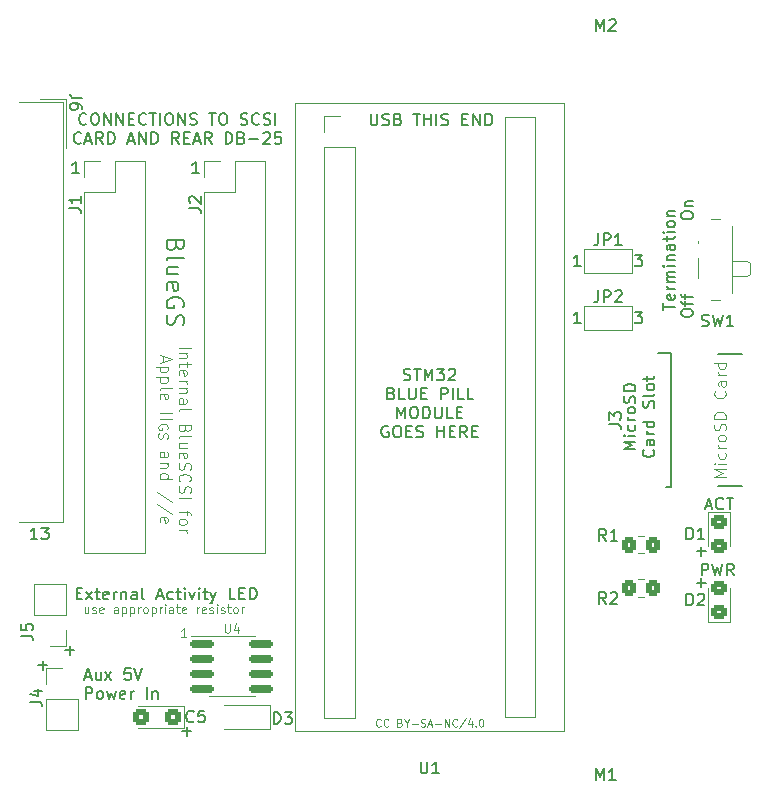
<source format=gto>
%TF.GenerationSoftware,KiCad,Pcbnew,(6.0.4-0)*%
%TF.CreationDate,2023-01-26T09:36:58-07:00*%
%TF.ProjectId,bluescsi_iigs_internal,626c7565-7363-4736-995f-696967735f69,rev?*%
%TF.SameCoordinates,Original*%
%TF.FileFunction,Legend,Top*%
%TF.FilePolarity,Positive*%
%FSLAX46Y46*%
G04 Gerber Fmt 4.6, Leading zero omitted, Abs format (unit mm)*
G04 Created by KiCad (PCBNEW (6.0.4-0)) date 2023-01-26 09:36:58*
%MOMM*%
%LPD*%
G01*
G04 APERTURE LIST*
G04 Aperture macros list*
%AMRoundRect*
0 Rectangle with rounded corners*
0 $1 Rounding radius*
0 $2 $3 $4 $5 $6 $7 $8 $9 X,Y pos of 4 corners*
0 Add a 4 corners polygon primitive as box body*
4,1,4,$2,$3,$4,$5,$6,$7,$8,$9,$2,$3,0*
0 Add four circle primitives for the rounded corners*
1,1,$1+$1,$2,$3*
1,1,$1+$1,$4,$5*
1,1,$1+$1,$6,$7*
1,1,$1+$1,$8,$9*
0 Add four rect primitives between the rounded corners*
20,1,$1+$1,$2,$3,$4,$5,0*
20,1,$1+$1,$4,$5,$6,$7,0*
20,1,$1+$1,$6,$7,$8,$9,0*
20,1,$1+$1,$8,$9,$2,$3,0*%
G04 Aperture macros list end*
%ADD10C,0.150000*%
%ADD11C,0.200000*%
%ADD12C,0.125000*%
%ADD13C,0.120000*%
%ADD14R,1.700000X1.700000*%
%ADD15C,1.700000*%
%ADD16R,0.800000X1.000000*%
%ADD17C,0.900000*%
%ADD18R,1.500000X0.700000*%
%ADD19RoundRect,0.249999X0.350001X0.450001X-0.350001X0.450001X-0.350001X-0.450001X0.350001X-0.450001X0*%
%ADD20RoundRect,0.249999X-0.450001X0.325001X-0.450001X-0.325001X0.450001X-0.325001X0.450001X0.325001X0*%
%ADD21R,1.000000X1.500000*%
%ADD22RoundRect,0.249999X-0.350001X-0.450001X0.350001X-0.450001X0.350001X0.450001X-0.350001X0.450001X0*%
%ADD23O,1.700000X1.700000*%
%ADD24C,2.100000*%
%ADD25RoundRect,0.249999X0.450001X-0.325001X0.450001X0.325001X-0.450001X0.325001X-0.450001X-0.325001X0*%
%ADD26R,1.000000X0.500000*%
%ADD27R,0.780000X0.720000*%
%ADD28R,1.080000X1.050000*%
%ADD29R,1.200000X1.050000*%
%ADD30R,2.390000X1.050000*%
%ADD31R,0.550000X2.910000*%
%ADD32R,3.480000X1.846667*%
%ADD33R,0.900000X1.200000*%
%ADD34RoundRect,0.250000X0.450000X0.425000X-0.450000X0.425000X-0.450000X-0.425000X0.450000X-0.425000X0*%
%ADD35RoundRect,0.150000X-0.825000X-0.150000X0.825000X-0.150000X0.825000X0.150000X-0.825000X0.150000X0*%
G04 APERTURE END LIST*
D10*
X184404000Y-80772000D02*
X186436000Y-80772000D01*
X184404000Y-69596000D02*
X186436000Y-69596000D01*
X130843976Y-96897666D02*
X131320166Y-96897666D01*
X130748738Y-97183380D02*
X131082071Y-96183380D01*
X131415404Y-97183380D01*
X132177309Y-96516714D02*
X132177309Y-97183380D01*
X131748738Y-96516714D02*
X131748738Y-97040523D01*
X131796357Y-97135761D01*
X131891595Y-97183380D01*
X132034452Y-97183380D01*
X132129690Y-97135761D01*
X132177309Y-97088142D01*
X132558261Y-97183380D02*
X133082071Y-96516714D01*
X132558261Y-96516714D02*
X133082071Y-97183380D01*
X134701119Y-96183380D02*
X134224928Y-96183380D01*
X134177309Y-96659571D01*
X134224928Y-96611952D01*
X134320166Y-96564333D01*
X134558261Y-96564333D01*
X134653500Y-96611952D01*
X134701119Y-96659571D01*
X134748738Y-96754809D01*
X134748738Y-96992904D01*
X134701119Y-97088142D01*
X134653500Y-97135761D01*
X134558261Y-97183380D01*
X134320166Y-97183380D01*
X134224928Y-97135761D01*
X134177309Y-97088142D01*
X135034452Y-96183380D02*
X135367785Y-97183380D01*
X135701119Y-96183380D01*
X130891595Y-98793380D02*
X130891595Y-97793380D01*
X131272547Y-97793380D01*
X131367785Y-97841000D01*
X131415404Y-97888619D01*
X131463023Y-97983857D01*
X131463023Y-98126714D01*
X131415404Y-98221952D01*
X131367785Y-98269571D01*
X131272547Y-98317190D01*
X130891595Y-98317190D01*
X132034452Y-98793380D02*
X131939214Y-98745761D01*
X131891595Y-98698142D01*
X131843976Y-98602904D01*
X131843976Y-98317190D01*
X131891595Y-98221952D01*
X131939214Y-98174333D01*
X132034452Y-98126714D01*
X132177309Y-98126714D01*
X132272547Y-98174333D01*
X132320166Y-98221952D01*
X132367785Y-98317190D01*
X132367785Y-98602904D01*
X132320166Y-98698142D01*
X132272547Y-98745761D01*
X132177309Y-98793380D01*
X132034452Y-98793380D01*
X132701119Y-98126714D02*
X132891595Y-98793380D01*
X133082071Y-98317190D01*
X133272547Y-98793380D01*
X133463023Y-98126714D01*
X134224928Y-98745761D02*
X134129690Y-98793380D01*
X133939214Y-98793380D01*
X133843976Y-98745761D01*
X133796357Y-98650523D01*
X133796357Y-98269571D01*
X133843976Y-98174333D01*
X133939214Y-98126714D01*
X134129690Y-98126714D01*
X134224928Y-98174333D01*
X134272547Y-98269571D01*
X134272547Y-98364809D01*
X133796357Y-98460047D01*
X134701119Y-98793380D02*
X134701119Y-98126714D01*
X134701119Y-98317190D02*
X134748738Y-98221952D01*
X134796357Y-98174333D01*
X134891595Y-98126714D01*
X134986833Y-98126714D01*
X136082071Y-98793380D02*
X136082071Y-97793380D01*
X136558261Y-98126714D02*
X136558261Y-98793380D01*
X136558261Y-98221952D02*
X136605880Y-98174333D01*
X136701119Y-98126714D01*
X136843976Y-98126714D01*
X136939214Y-98174333D01*
X136986833Y-98269571D01*
X136986833Y-98793380D01*
D11*
X138537142Y-60428571D02*
X138465714Y-60642857D01*
X138394285Y-60714285D01*
X138251428Y-60785714D01*
X138037142Y-60785714D01*
X137894285Y-60714285D01*
X137822857Y-60642857D01*
X137751428Y-60500000D01*
X137751428Y-59928571D01*
X139251428Y-59928571D01*
X139251428Y-60428571D01*
X139180000Y-60571428D01*
X139108571Y-60642857D01*
X138965714Y-60714285D01*
X138822857Y-60714285D01*
X138680000Y-60642857D01*
X138608571Y-60571428D01*
X138537142Y-60428571D01*
X138537142Y-59928571D01*
X137751428Y-61642857D02*
X137822857Y-61500000D01*
X137965714Y-61428571D01*
X139251428Y-61428571D01*
X138751428Y-62857142D02*
X137751428Y-62857142D01*
X138751428Y-62214285D02*
X137965714Y-62214285D01*
X137822857Y-62285714D01*
X137751428Y-62428571D01*
X137751428Y-62642857D01*
X137822857Y-62785714D01*
X137894285Y-62857142D01*
X137822857Y-64142857D02*
X137751428Y-64000000D01*
X137751428Y-63714285D01*
X137822857Y-63571428D01*
X137965714Y-63500000D01*
X138537142Y-63500000D01*
X138680000Y-63571428D01*
X138751428Y-63714285D01*
X138751428Y-64000000D01*
X138680000Y-64142857D01*
X138537142Y-64214285D01*
X138394285Y-64214285D01*
X138251428Y-63500000D01*
X139180000Y-65642857D02*
X139251428Y-65500000D01*
X139251428Y-65285714D01*
X139180000Y-65071428D01*
X139037142Y-64928571D01*
X138894285Y-64857142D01*
X138608571Y-64785714D01*
X138394285Y-64785714D01*
X138108571Y-64857142D01*
X137965714Y-64928571D01*
X137822857Y-65071428D01*
X137751428Y-65285714D01*
X137751428Y-65428571D01*
X137822857Y-65642857D01*
X137894285Y-65714285D01*
X138394285Y-65714285D01*
X138394285Y-65428571D01*
X137822857Y-66285714D02*
X137751428Y-66500000D01*
X137751428Y-66857142D01*
X137822857Y-67000000D01*
X137894285Y-67071428D01*
X138037142Y-67142857D01*
X138180000Y-67142857D01*
X138322857Y-67071428D01*
X138394285Y-67000000D01*
X138465714Y-66857142D01*
X138537142Y-66571428D01*
X138608571Y-66428571D01*
X138680000Y-66357142D01*
X138822857Y-66285714D01*
X138965714Y-66285714D01*
X139108571Y-66357142D01*
X139180000Y-66428571D01*
X139251428Y-66571428D01*
X139251428Y-66928571D01*
X139180000Y-67142857D01*
D10*
X129920952Y-94670571D02*
X129159047Y-94670571D01*
X129540000Y-94289619D02*
X129540000Y-95051523D01*
D12*
X138782619Y-69049285D02*
X139782619Y-69049285D01*
X139449285Y-69525476D02*
X138782619Y-69525476D01*
X139354047Y-69525476D02*
X139401666Y-69573095D01*
X139449285Y-69668333D01*
X139449285Y-69811190D01*
X139401666Y-69906428D01*
X139306428Y-69954047D01*
X138782619Y-69954047D01*
X139449285Y-70287380D02*
X139449285Y-70668333D01*
X139782619Y-70430238D02*
X138925476Y-70430238D01*
X138830238Y-70477857D01*
X138782619Y-70573095D01*
X138782619Y-70668333D01*
X138830238Y-71382619D02*
X138782619Y-71287380D01*
X138782619Y-71096904D01*
X138830238Y-71001666D01*
X138925476Y-70954047D01*
X139306428Y-70954047D01*
X139401666Y-71001666D01*
X139449285Y-71096904D01*
X139449285Y-71287380D01*
X139401666Y-71382619D01*
X139306428Y-71430238D01*
X139211190Y-71430238D01*
X139115952Y-70954047D01*
X138782619Y-71858809D02*
X139449285Y-71858809D01*
X139258809Y-71858809D02*
X139354047Y-71906428D01*
X139401666Y-71954047D01*
X139449285Y-72049285D01*
X139449285Y-72144523D01*
X139449285Y-72477857D02*
X138782619Y-72477857D01*
X139354047Y-72477857D02*
X139401666Y-72525476D01*
X139449285Y-72620714D01*
X139449285Y-72763571D01*
X139401666Y-72858809D01*
X139306428Y-72906428D01*
X138782619Y-72906428D01*
X138782619Y-73811190D02*
X139306428Y-73811190D01*
X139401666Y-73763571D01*
X139449285Y-73668333D01*
X139449285Y-73477857D01*
X139401666Y-73382619D01*
X138830238Y-73811190D02*
X138782619Y-73715952D01*
X138782619Y-73477857D01*
X138830238Y-73382619D01*
X138925476Y-73335000D01*
X139020714Y-73335000D01*
X139115952Y-73382619D01*
X139163571Y-73477857D01*
X139163571Y-73715952D01*
X139211190Y-73811190D01*
X138782619Y-74430238D02*
X138830238Y-74335000D01*
X138925476Y-74287380D01*
X139782619Y-74287380D01*
X139306428Y-75906428D02*
X139258809Y-76049285D01*
X139211190Y-76096904D01*
X139115952Y-76144523D01*
X138973095Y-76144523D01*
X138877857Y-76096904D01*
X138830238Y-76049285D01*
X138782619Y-75954047D01*
X138782619Y-75573095D01*
X139782619Y-75573095D01*
X139782619Y-75906428D01*
X139735000Y-76001666D01*
X139687380Y-76049285D01*
X139592142Y-76096904D01*
X139496904Y-76096904D01*
X139401666Y-76049285D01*
X139354047Y-76001666D01*
X139306428Y-75906428D01*
X139306428Y-75573095D01*
X138782619Y-76715952D02*
X138830238Y-76620714D01*
X138925476Y-76573095D01*
X139782619Y-76573095D01*
X139449285Y-77525476D02*
X138782619Y-77525476D01*
X139449285Y-77096904D02*
X138925476Y-77096904D01*
X138830238Y-77144523D01*
X138782619Y-77239761D01*
X138782619Y-77382619D01*
X138830238Y-77477857D01*
X138877857Y-77525476D01*
X138830238Y-78382619D02*
X138782619Y-78287380D01*
X138782619Y-78096904D01*
X138830238Y-78001666D01*
X138925476Y-77954047D01*
X139306428Y-77954047D01*
X139401666Y-78001666D01*
X139449285Y-78096904D01*
X139449285Y-78287380D01*
X139401666Y-78382619D01*
X139306428Y-78430238D01*
X139211190Y-78430238D01*
X139115952Y-77954047D01*
X138830238Y-78811190D02*
X138782619Y-78954047D01*
X138782619Y-79192142D01*
X138830238Y-79287380D01*
X138877857Y-79335000D01*
X138973095Y-79382619D01*
X139068333Y-79382619D01*
X139163571Y-79335000D01*
X139211190Y-79287380D01*
X139258809Y-79192142D01*
X139306428Y-79001666D01*
X139354047Y-78906428D01*
X139401666Y-78858809D01*
X139496904Y-78811190D01*
X139592142Y-78811190D01*
X139687380Y-78858809D01*
X139735000Y-78906428D01*
X139782619Y-79001666D01*
X139782619Y-79239761D01*
X139735000Y-79382619D01*
X138877857Y-80382619D02*
X138830238Y-80335000D01*
X138782619Y-80192142D01*
X138782619Y-80096904D01*
X138830238Y-79954047D01*
X138925476Y-79858809D01*
X139020714Y-79811190D01*
X139211190Y-79763571D01*
X139354047Y-79763571D01*
X139544523Y-79811190D01*
X139639761Y-79858809D01*
X139735000Y-79954047D01*
X139782619Y-80096904D01*
X139782619Y-80192142D01*
X139735000Y-80335000D01*
X139687380Y-80382619D01*
X138830238Y-80763571D02*
X138782619Y-80906428D01*
X138782619Y-81144523D01*
X138830238Y-81239761D01*
X138877857Y-81287380D01*
X138973095Y-81335000D01*
X139068333Y-81335000D01*
X139163571Y-81287380D01*
X139211190Y-81239761D01*
X139258809Y-81144523D01*
X139306428Y-80954047D01*
X139354047Y-80858809D01*
X139401666Y-80811190D01*
X139496904Y-80763571D01*
X139592142Y-80763571D01*
X139687380Y-80811190D01*
X139735000Y-80858809D01*
X139782619Y-80954047D01*
X139782619Y-81192142D01*
X139735000Y-81335000D01*
X138782619Y-81763571D02*
X139782619Y-81763571D01*
X139449285Y-82858809D02*
X139449285Y-83239761D01*
X138782619Y-83001666D02*
X139639761Y-83001666D01*
X139735000Y-83049285D01*
X139782619Y-83144523D01*
X139782619Y-83239761D01*
X138782619Y-83715952D02*
X138830238Y-83620714D01*
X138877857Y-83573095D01*
X138973095Y-83525476D01*
X139258809Y-83525476D01*
X139354047Y-83573095D01*
X139401666Y-83620714D01*
X139449285Y-83715952D01*
X139449285Y-83858809D01*
X139401666Y-83954047D01*
X139354047Y-84001666D01*
X139258809Y-84049285D01*
X138973095Y-84049285D01*
X138877857Y-84001666D01*
X138830238Y-83954047D01*
X138782619Y-83858809D01*
X138782619Y-83715952D01*
X138782619Y-84477857D02*
X139449285Y-84477857D01*
X139258809Y-84477857D02*
X139354047Y-84525476D01*
X139401666Y-84573095D01*
X139449285Y-84668333D01*
X139449285Y-84763571D01*
X137458333Y-69768333D02*
X137458333Y-70244523D01*
X137172619Y-69673095D02*
X138172619Y-70006428D01*
X137172619Y-70339761D01*
X137839285Y-70673095D02*
X136839285Y-70673095D01*
X137791666Y-70673095D02*
X137839285Y-70768333D01*
X137839285Y-70958809D01*
X137791666Y-71054047D01*
X137744047Y-71101666D01*
X137648809Y-71149285D01*
X137363095Y-71149285D01*
X137267857Y-71101666D01*
X137220238Y-71054047D01*
X137172619Y-70958809D01*
X137172619Y-70768333D01*
X137220238Y-70673095D01*
X137839285Y-71577857D02*
X136839285Y-71577857D01*
X137791666Y-71577857D02*
X137839285Y-71673095D01*
X137839285Y-71863571D01*
X137791666Y-71958809D01*
X137744047Y-72006428D01*
X137648809Y-72054047D01*
X137363095Y-72054047D01*
X137267857Y-72006428D01*
X137220238Y-71958809D01*
X137172619Y-71863571D01*
X137172619Y-71673095D01*
X137220238Y-71577857D01*
X137172619Y-72625476D02*
X137220238Y-72530238D01*
X137315476Y-72482619D01*
X138172619Y-72482619D01*
X137220238Y-73387380D02*
X137172619Y-73292142D01*
X137172619Y-73101666D01*
X137220238Y-73006428D01*
X137315476Y-72958809D01*
X137696428Y-72958809D01*
X137791666Y-73006428D01*
X137839285Y-73101666D01*
X137839285Y-73292142D01*
X137791666Y-73387380D01*
X137696428Y-73435000D01*
X137601190Y-73435000D01*
X137505952Y-72958809D01*
X137172619Y-74625476D02*
X138172619Y-74625476D01*
X137172619Y-75101666D02*
X138172619Y-75101666D01*
X137825000Y-75949285D02*
X137863095Y-75873095D01*
X137863095Y-75758809D01*
X137825000Y-75644523D01*
X137748809Y-75568333D01*
X137672619Y-75530238D01*
X137520238Y-75492142D01*
X137405952Y-75492142D01*
X137253571Y-75530238D01*
X137177380Y-75568333D01*
X137101190Y-75644523D01*
X137063095Y-75758809D01*
X137063095Y-75835000D01*
X137101190Y-75949285D01*
X137139285Y-75987380D01*
X137405952Y-75987380D01*
X137405952Y-75835000D01*
X137101190Y-76292142D02*
X137063095Y-76406428D01*
X137063095Y-76596904D01*
X137101190Y-76673095D01*
X137139285Y-76711190D01*
X137215476Y-76749285D01*
X137291666Y-76749285D01*
X137367857Y-76711190D01*
X137405952Y-76673095D01*
X137444047Y-76596904D01*
X137482142Y-76444523D01*
X137520238Y-76368333D01*
X137558333Y-76330238D01*
X137634523Y-76292142D01*
X137710714Y-76292142D01*
X137786904Y-76330238D01*
X137825000Y-76368333D01*
X137863095Y-76444523D01*
X137863095Y-76635000D01*
X137825000Y-76749285D01*
X137172619Y-78330238D02*
X137696428Y-78330238D01*
X137791666Y-78282619D01*
X137839285Y-78187380D01*
X137839285Y-77996904D01*
X137791666Y-77901666D01*
X137220238Y-78330238D02*
X137172619Y-78235000D01*
X137172619Y-77996904D01*
X137220238Y-77901666D01*
X137315476Y-77854047D01*
X137410714Y-77854047D01*
X137505952Y-77901666D01*
X137553571Y-77996904D01*
X137553571Y-78235000D01*
X137601190Y-78330238D01*
X137839285Y-78806428D02*
X137172619Y-78806428D01*
X137744047Y-78806428D02*
X137791666Y-78854047D01*
X137839285Y-78949285D01*
X137839285Y-79092142D01*
X137791666Y-79187380D01*
X137696428Y-79235000D01*
X137172619Y-79235000D01*
X137172619Y-80139761D02*
X138172619Y-80139761D01*
X137220238Y-80139761D02*
X137172619Y-80044523D01*
X137172619Y-79854047D01*
X137220238Y-79758809D01*
X137267857Y-79711190D01*
X137363095Y-79663571D01*
X137648809Y-79663571D01*
X137744047Y-79711190D01*
X137791666Y-79758809D01*
X137839285Y-79854047D01*
X137839285Y-80044523D01*
X137791666Y-80139761D01*
X138220238Y-82092142D02*
X136934523Y-81235000D01*
X138220238Y-83139761D02*
X136934523Y-82282619D01*
X137220238Y-83854047D02*
X137172619Y-83758809D01*
X137172619Y-83568333D01*
X137220238Y-83473095D01*
X137315476Y-83425476D01*
X137696428Y-83425476D01*
X137791666Y-83473095D01*
X137839285Y-83568333D01*
X137839285Y-83758809D01*
X137791666Y-83854047D01*
X137696428Y-83901666D01*
X137601190Y-83901666D01*
X137505952Y-83425476D01*
D10*
X183052738Y-88336380D02*
X183052738Y-87336380D01*
X183433690Y-87336380D01*
X183528928Y-87384000D01*
X183576547Y-87431619D01*
X183624166Y-87526857D01*
X183624166Y-87669714D01*
X183576547Y-87764952D01*
X183528928Y-87812571D01*
X183433690Y-87860190D01*
X183052738Y-87860190D01*
X183957500Y-87336380D02*
X184195595Y-88336380D01*
X184386071Y-87622095D01*
X184576547Y-88336380D01*
X184814642Y-87336380D01*
X185767023Y-88336380D02*
X185433690Y-87860190D01*
X185195595Y-88336380D02*
X185195595Y-87336380D01*
X185576547Y-87336380D01*
X185671785Y-87384000D01*
X185719404Y-87431619D01*
X185767023Y-87526857D01*
X185767023Y-87669714D01*
X185719404Y-87764952D01*
X185671785Y-87812571D01*
X185576547Y-87860190D01*
X185195595Y-87860190D01*
X130129595Y-89844571D02*
X130462928Y-89844571D01*
X130605785Y-90368380D02*
X130129595Y-90368380D01*
X130129595Y-89368380D01*
X130605785Y-89368380D01*
X130939119Y-90368380D02*
X131462928Y-89701714D01*
X130939119Y-89701714D02*
X131462928Y-90368380D01*
X131701023Y-89701714D02*
X132081976Y-89701714D01*
X131843880Y-89368380D02*
X131843880Y-90225523D01*
X131891500Y-90320761D01*
X131986738Y-90368380D01*
X132081976Y-90368380D01*
X132796261Y-90320761D02*
X132701023Y-90368380D01*
X132510547Y-90368380D01*
X132415309Y-90320761D01*
X132367690Y-90225523D01*
X132367690Y-89844571D01*
X132415309Y-89749333D01*
X132510547Y-89701714D01*
X132701023Y-89701714D01*
X132796261Y-89749333D01*
X132843880Y-89844571D01*
X132843880Y-89939809D01*
X132367690Y-90035047D01*
X133272452Y-90368380D02*
X133272452Y-89701714D01*
X133272452Y-89892190D02*
X133320071Y-89796952D01*
X133367690Y-89749333D01*
X133462928Y-89701714D01*
X133558166Y-89701714D01*
X133891500Y-89701714D02*
X133891500Y-90368380D01*
X133891500Y-89796952D02*
X133939119Y-89749333D01*
X134034357Y-89701714D01*
X134177214Y-89701714D01*
X134272452Y-89749333D01*
X134320071Y-89844571D01*
X134320071Y-90368380D01*
X135224833Y-90368380D02*
X135224833Y-89844571D01*
X135177214Y-89749333D01*
X135081976Y-89701714D01*
X134891500Y-89701714D01*
X134796261Y-89749333D01*
X135224833Y-90320761D02*
X135129595Y-90368380D01*
X134891500Y-90368380D01*
X134796261Y-90320761D01*
X134748642Y-90225523D01*
X134748642Y-90130285D01*
X134796261Y-90035047D01*
X134891500Y-89987428D01*
X135129595Y-89987428D01*
X135224833Y-89939809D01*
X135843880Y-90368380D02*
X135748642Y-90320761D01*
X135701023Y-90225523D01*
X135701023Y-89368380D01*
X136939119Y-90082666D02*
X137415309Y-90082666D01*
X136843880Y-90368380D02*
X137177214Y-89368380D01*
X137510547Y-90368380D01*
X138272452Y-90320761D02*
X138177214Y-90368380D01*
X137986738Y-90368380D01*
X137891500Y-90320761D01*
X137843880Y-90273142D01*
X137796261Y-90177904D01*
X137796261Y-89892190D01*
X137843880Y-89796952D01*
X137891500Y-89749333D01*
X137986738Y-89701714D01*
X138177214Y-89701714D01*
X138272452Y-89749333D01*
X138558166Y-89701714D02*
X138939119Y-89701714D01*
X138701023Y-89368380D02*
X138701023Y-90225523D01*
X138748642Y-90320761D01*
X138843880Y-90368380D01*
X138939119Y-90368380D01*
X139272452Y-90368380D02*
X139272452Y-89701714D01*
X139272452Y-89368380D02*
X139224833Y-89416000D01*
X139272452Y-89463619D01*
X139320071Y-89416000D01*
X139272452Y-89368380D01*
X139272452Y-89463619D01*
X139653404Y-89701714D02*
X139891500Y-90368380D01*
X140129595Y-89701714D01*
X140510547Y-90368380D02*
X140510547Y-89701714D01*
X140510547Y-89368380D02*
X140462928Y-89416000D01*
X140510547Y-89463619D01*
X140558166Y-89416000D01*
X140510547Y-89368380D01*
X140510547Y-89463619D01*
X140843880Y-89701714D02*
X141224833Y-89701714D01*
X140986738Y-89368380D02*
X140986738Y-90225523D01*
X141034357Y-90320761D01*
X141129595Y-90368380D01*
X141224833Y-90368380D01*
X141462928Y-89701714D02*
X141701023Y-90368380D01*
X141939119Y-89701714D02*
X141701023Y-90368380D01*
X141605785Y-90606476D01*
X141558166Y-90654095D01*
X141462928Y-90701714D01*
X143558166Y-90368380D02*
X143081976Y-90368380D01*
X143081976Y-89368380D01*
X143891500Y-89844571D02*
X144224833Y-89844571D01*
X144367690Y-90368380D02*
X143891500Y-90368380D01*
X143891500Y-89368380D01*
X144367690Y-89368380D01*
X144796261Y-90368380D02*
X144796261Y-89368380D01*
X145034357Y-89368380D01*
X145177214Y-89416000D01*
X145272452Y-89511238D01*
X145320071Y-89606476D01*
X145367690Y-89796952D01*
X145367690Y-89939809D01*
X145320071Y-90130285D01*
X145272452Y-90225523D01*
X145177214Y-90320761D01*
X145034357Y-90368380D01*
X144796261Y-90368380D01*
X182626047Y-88971428D02*
X183387952Y-88971428D01*
X183007000Y-89352380D02*
X183007000Y-88590476D01*
X177447380Y-77668095D02*
X176447380Y-77668095D01*
X177161666Y-77334761D01*
X176447380Y-77001428D01*
X177447380Y-77001428D01*
X177447380Y-76525238D02*
X176780714Y-76525238D01*
X176447380Y-76525238D02*
X176495000Y-76572857D01*
X176542619Y-76525238D01*
X176495000Y-76477619D01*
X176447380Y-76525238D01*
X176542619Y-76525238D01*
X177399761Y-75620476D02*
X177447380Y-75715714D01*
X177447380Y-75906190D01*
X177399761Y-76001428D01*
X177352142Y-76049047D01*
X177256904Y-76096666D01*
X176971190Y-76096666D01*
X176875952Y-76049047D01*
X176828333Y-76001428D01*
X176780714Y-75906190D01*
X176780714Y-75715714D01*
X176828333Y-75620476D01*
X177447380Y-75191904D02*
X176780714Y-75191904D01*
X176971190Y-75191904D02*
X176875952Y-75144285D01*
X176828333Y-75096666D01*
X176780714Y-75001428D01*
X176780714Y-74906190D01*
X177447380Y-74430000D02*
X177399761Y-74525238D01*
X177352142Y-74572857D01*
X177256904Y-74620476D01*
X176971190Y-74620476D01*
X176875952Y-74572857D01*
X176828333Y-74525238D01*
X176780714Y-74430000D01*
X176780714Y-74287142D01*
X176828333Y-74191904D01*
X176875952Y-74144285D01*
X176971190Y-74096666D01*
X177256904Y-74096666D01*
X177352142Y-74144285D01*
X177399761Y-74191904D01*
X177447380Y-74287142D01*
X177447380Y-74430000D01*
X177399761Y-73715714D02*
X177447380Y-73572857D01*
X177447380Y-73334761D01*
X177399761Y-73239523D01*
X177352142Y-73191904D01*
X177256904Y-73144285D01*
X177161666Y-73144285D01*
X177066428Y-73191904D01*
X177018809Y-73239523D01*
X176971190Y-73334761D01*
X176923571Y-73525238D01*
X176875952Y-73620476D01*
X176828333Y-73668095D01*
X176733095Y-73715714D01*
X176637857Y-73715714D01*
X176542619Y-73668095D01*
X176495000Y-73620476D01*
X176447380Y-73525238D01*
X176447380Y-73287142D01*
X176495000Y-73144285D01*
X177447380Y-72715714D02*
X176447380Y-72715714D01*
X176447380Y-72477619D01*
X176495000Y-72334761D01*
X176590238Y-72239523D01*
X176685476Y-72191904D01*
X176875952Y-72144285D01*
X177018809Y-72144285D01*
X177209285Y-72191904D01*
X177304523Y-72239523D01*
X177399761Y-72334761D01*
X177447380Y-72477619D01*
X177447380Y-72715714D01*
X178962142Y-77691904D02*
X179009761Y-77739523D01*
X179057380Y-77882380D01*
X179057380Y-77977619D01*
X179009761Y-78120476D01*
X178914523Y-78215714D01*
X178819285Y-78263333D01*
X178628809Y-78310952D01*
X178485952Y-78310952D01*
X178295476Y-78263333D01*
X178200238Y-78215714D01*
X178105000Y-78120476D01*
X178057380Y-77977619D01*
X178057380Y-77882380D01*
X178105000Y-77739523D01*
X178152619Y-77691904D01*
X179057380Y-76834761D02*
X178533571Y-76834761D01*
X178438333Y-76882380D01*
X178390714Y-76977619D01*
X178390714Y-77168095D01*
X178438333Y-77263333D01*
X179009761Y-76834761D02*
X179057380Y-76930000D01*
X179057380Y-77168095D01*
X179009761Y-77263333D01*
X178914523Y-77310952D01*
X178819285Y-77310952D01*
X178724047Y-77263333D01*
X178676428Y-77168095D01*
X178676428Y-76930000D01*
X178628809Y-76834761D01*
X179057380Y-76358571D02*
X178390714Y-76358571D01*
X178581190Y-76358571D02*
X178485952Y-76310952D01*
X178438333Y-76263333D01*
X178390714Y-76168095D01*
X178390714Y-76072857D01*
X179057380Y-75310952D02*
X178057380Y-75310952D01*
X179009761Y-75310952D02*
X179057380Y-75406190D01*
X179057380Y-75596666D01*
X179009761Y-75691904D01*
X178962142Y-75739523D01*
X178866904Y-75787142D01*
X178581190Y-75787142D01*
X178485952Y-75739523D01*
X178438333Y-75691904D01*
X178390714Y-75596666D01*
X178390714Y-75406190D01*
X178438333Y-75310952D01*
X179009761Y-74120476D02*
X179057380Y-73977619D01*
X179057380Y-73739523D01*
X179009761Y-73644285D01*
X178962142Y-73596666D01*
X178866904Y-73549047D01*
X178771666Y-73549047D01*
X178676428Y-73596666D01*
X178628809Y-73644285D01*
X178581190Y-73739523D01*
X178533571Y-73930000D01*
X178485952Y-74025238D01*
X178438333Y-74072857D01*
X178343095Y-74120476D01*
X178247857Y-74120476D01*
X178152619Y-74072857D01*
X178105000Y-74025238D01*
X178057380Y-73930000D01*
X178057380Y-73691904D01*
X178105000Y-73549047D01*
X179057380Y-72977619D02*
X179009761Y-73072857D01*
X178914523Y-73120476D01*
X178057380Y-73120476D01*
X179057380Y-72453809D02*
X179009761Y-72549047D01*
X178962142Y-72596666D01*
X178866904Y-72644285D01*
X178581190Y-72644285D01*
X178485952Y-72596666D01*
X178438333Y-72549047D01*
X178390714Y-72453809D01*
X178390714Y-72310952D01*
X178438333Y-72215714D01*
X178485952Y-72168095D01*
X178581190Y-72120476D01*
X178866904Y-72120476D01*
X178962142Y-72168095D01*
X179009761Y-72215714D01*
X179057380Y-72310952D01*
X179057380Y-72453809D01*
X178390714Y-71834761D02*
X178390714Y-71453809D01*
X178057380Y-71691904D02*
X178914523Y-71691904D01*
X179009761Y-71644285D01*
X179057380Y-71549047D01*
X179057380Y-71453809D01*
D12*
X185110380Y-80017333D02*
X184110380Y-80017333D01*
X184824666Y-79684000D01*
X184110380Y-79350666D01*
X185110380Y-79350666D01*
X185110380Y-78874476D02*
X184443714Y-78874476D01*
X184110380Y-78874476D02*
X184158000Y-78922095D01*
X184205619Y-78874476D01*
X184158000Y-78826857D01*
X184110380Y-78874476D01*
X184205619Y-78874476D01*
X185062761Y-77969714D02*
X185110380Y-78064952D01*
X185110380Y-78255428D01*
X185062761Y-78350666D01*
X185015142Y-78398285D01*
X184919904Y-78445904D01*
X184634190Y-78445904D01*
X184538952Y-78398285D01*
X184491333Y-78350666D01*
X184443714Y-78255428D01*
X184443714Y-78064952D01*
X184491333Y-77969714D01*
X185110380Y-77541142D02*
X184443714Y-77541142D01*
X184634190Y-77541142D02*
X184538952Y-77493523D01*
X184491333Y-77445904D01*
X184443714Y-77350666D01*
X184443714Y-77255428D01*
X185110380Y-76779238D02*
X185062761Y-76874476D01*
X185015142Y-76922095D01*
X184919904Y-76969714D01*
X184634190Y-76969714D01*
X184538952Y-76922095D01*
X184491333Y-76874476D01*
X184443714Y-76779238D01*
X184443714Y-76636380D01*
X184491333Y-76541142D01*
X184538952Y-76493523D01*
X184634190Y-76445904D01*
X184919904Y-76445904D01*
X185015142Y-76493523D01*
X185062761Y-76541142D01*
X185110380Y-76636380D01*
X185110380Y-76779238D01*
X185062761Y-76064952D02*
X185110380Y-75922095D01*
X185110380Y-75684000D01*
X185062761Y-75588761D01*
X185015142Y-75541142D01*
X184919904Y-75493523D01*
X184824666Y-75493523D01*
X184729428Y-75541142D01*
X184681809Y-75588761D01*
X184634190Y-75684000D01*
X184586571Y-75874476D01*
X184538952Y-75969714D01*
X184491333Y-76017333D01*
X184396095Y-76064952D01*
X184300857Y-76064952D01*
X184205619Y-76017333D01*
X184158000Y-75969714D01*
X184110380Y-75874476D01*
X184110380Y-75636380D01*
X184158000Y-75493523D01*
X185110380Y-75064952D02*
X184110380Y-75064952D01*
X184110380Y-74826857D01*
X184158000Y-74684000D01*
X184253238Y-74588761D01*
X184348476Y-74541142D01*
X184538952Y-74493523D01*
X184681809Y-74493523D01*
X184872285Y-74541142D01*
X184967523Y-74588761D01*
X185062761Y-74684000D01*
X185110380Y-74826857D01*
X185110380Y-75064952D01*
X185015142Y-72731619D02*
X185062761Y-72779238D01*
X185110380Y-72922095D01*
X185110380Y-73017333D01*
X185062761Y-73160190D01*
X184967523Y-73255428D01*
X184872285Y-73303047D01*
X184681809Y-73350666D01*
X184538952Y-73350666D01*
X184348476Y-73303047D01*
X184253238Y-73255428D01*
X184158000Y-73160190D01*
X184110380Y-73017333D01*
X184110380Y-72922095D01*
X184158000Y-72779238D01*
X184205619Y-72731619D01*
X185110380Y-71874476D02*
X184586571Y-71874476D01*
X184491333Y-71922095D01*
X184443714Y-72017333D01*
X184443714Y-72207809D01*
X184491333Y-72303047D01*
X185062761Y-71874476D02*
X185110380Y-71969714D01*
X185110380Y-72207809D01*
X185062761Y-72303047D01*
X184967523Y-72350666D01*
X184872285Y-72350666D01*
X184777047Y-72303047D01*
X184729428Y-72207809D01*
X184729428Y-71969714D01*
X184681809Y-71874476D01*
X185110380Y-71398285D02*
X184443714Y-71398285D01*
X184634190Y-71398285D02*
X184538952Y-71350666D01*
X184491333Y-71303047D01*
X184443714Y-71207809D01*
X184443714Y-71112571D01*
X185110380Y-70350666D02*
X184110380Y-70350666D01*
X185062761Y-70350666D02*
X185110380Y-70445904D01*
X185110380Y-70636380D01*
X185062761Y-70731619D01*
X185015142Y-70779238D01*
X184919904Y-70826857D01*
X184634190Y-70826857D01*
X184538952Y-70779238D01*
X184491333Y-70731619D01*
X184443714Y-70636380D01*
X184443714Y-70445904D01*
X184491333Y-70350666D01*
D10*
X130969714Y-50098142D02*
X130922095Y-50145761D01*
X130779238Y-50193380D01*
X130684000Y-50193380D01*
X130541142Y-50145761D01*
X130445904Y-50050523D01*
X130398285Y-49955285D01*
X130350666Y-49764809D01*
X130350666Y-49621952D01*
X130398285Y-49431476D01*
X130445904Y-49336238D01*
X130541142Y-49241000D01*
X130684000Y-49193380D01*
X130779238Y-49193380D01*
X130922095Y-49241000D01*
X130969714Y-49288619D01*
X131588761Y-49193380D02*
X131779238Y-49193380D01*
X131874476Y-49241000D01*
X131969714Y-49336238D01*
X132017333Y-49526714D01*
X132017333Y-49860047D01*
X131969714Y-50050523D01*
X131874476Y-50145761D01*
X131779238Y-50193380D01*
X131588761Y-50193380D01*
X131493523Y-50145761D01*
X131398285Y-50050523D01*
X131350666Y-49860047D01*
X131350666Y-49526714D01*
X131398285Y-49336238D01*
X131493523Y-49241000D01*
X131588761Y-49193380D01*
X132445904Y-50193380D02*
X132445904Y-49193380D01*
X133017333Y-50193380D01*
X133017333Y-49193380D01*
X133493523Y-50193380D02*
X133493523Y-49193380D01*
X134064952Y-50193380D01*
X134064952Y-49193380D01*
X134541142Y-49669571D02*
X134874476Y-49669571D01*
X135017333Y-50193380D02*
X134541142Y-50193380D01*
X134541142Y-49193380D01*
X135017333Y-49193380D01*
X136017333Y-50098142D02*
X135969714Y-50145761D01*
X135826857Y-50193380D01*
X135731619Y-50193380D01*
X135588761Y-50145761D01*
X135493523Y-50050523D01*
X135445904Y-49955285D01*
X135398285Y-49764809D01*
X135398285Y-49621952D01*
X135445904Y-49431476D01*
X135493523Y-49336238D01*
X135588761Y-49241000D01*
X135731619Y-49193380D01*
X135826857Y-49193380D01*
X135969714Y-49241000D01*
X136017333Y-49288619D01*
X136303047Y-49193380D02*
X136874476Y-49193380D01*
X136588761Y-50193380D02*
X136588761Y-49193380D01*
X137207809Y-50193380D02*
X137207809Y-49193380D01*
X137874476Y-49193380D02*
X138064952Y-49193380D01*
X138160190Y-49241000D01*
X138255428Y-49336238D01*
X138303047Y-49526714D01*
X138303047Y-49860047D01*
X138255428Y-50050523D01*
X138160190Y-50145761D01*
X138064952Y-50193380D01*
X137874476Y-50193380D01*
X137779238Y-50145761D01*
X137684000Y-50050523D01*
X137636380Y-49860047D01*
X137636380Y-49526714D01*
X137684000Y-49336238D01*
X137779238Y-49241000D01*
X137874476Y-49193380D01*
X138731619Y-50193380D02*
X138731619Y-49193380D01*
X139303047Y-50193380D01*
X139303047Y-49193380D01*
X139731619Y-50145761D02*
X139874476Y-50193380D01*
X140112571Y-50193380D01*
X140207809Y-50145761D01*
X140255428Y-50098142D01*
X140303047Y-50002904D01*
X140303047Y-49907666D01*
X140255428Y-49812428D01*
X140207809Y-49764809D01*
X140112571Y-49717190D01*
X139922095Y-49669571D01*
X139826857Y-49621952D01*
X139779238Y-49574333D01*
X139731619Y-49479095D01*
X139731619Y-49383857D01*
X139779238Y-49288619D01*
X139826857Y-49241000D01*
X139922095Y-49193380D01*
X140160190Y-49193380D01*
X140303047Y-49241000D01*
X141350666Y-49193380D02*
X141922095Y-49193380D01*
X141636380Y-50193380D02*
X141636380Y-49193380D01*
X142445904Y-49193380D02*
X142636380Y-49193380D01*
X142731619Y-49241000D01*
X142826857Y-49336238D01*
X142874476Y-49526714D01*
X142874476Y-49860047D01*
X142826857Y-50050523D01*
X142731619Y-50145761D01*
X142636380Y-50193380D01*
X142445904Y-50193380D01*
X142350666Y-50145761D01*
X142255428Y-50050523D01*
X142207809Y-49860047D01*
X142207809Y-49526714D01*
X142255428Y-49336238D01*
X142350666Y-49241000D01*
X142445904Y-49193380D01*
X144017333Y-50145761D02*
X144160190Y-50193380D01*
X144398285Y-50193380D01*
X144493523Y-50145761D01*
X144541142Y-50098142D01*
X144588761Y-50002904D01*
X144588761Y-49907666D01*
X144541142Y-49812428D01*
X144493523Y-49764809D01*
X144398285Y-49717190D01*
X144207809Y-49669571D01*
X144112571Y-49621952D01*
X144064952Y-49574333D01*
X144017333Y-49479095D01*
X144017333Y-49383857D01*
X144064952Y-49288619D01*
X144112571Y-49241000D01*
X144207809Y-49193380D01*
X144445904Y-49193380D01*
X144588761Y-49241000D01*
X145588761Y-50098142D02*
X145541142Y-50145761D01*
X145398285Y-50193380D01*
X145303047Y-50193380D01*
X145160190Y-50145761D01*
X145064952Y-50050523D01*
X145017333Y-49955285D01*
X144969714Y-49764809D01*
X144969714Y-49621952D01*
X145017333Y-49431476D01*
X145064952Y-49336238D01*
X145160190Y-49241000D01*
X145303047Y-49193380D01*
X145398285Y-49193380D01*
X145541142Y-49241000D01*
X145588761Y-49288619D01*
X145969714Y-50145761D02*
X146112571Y-50193380D01*
X146350666Y-50193380D01*
X146445904Y-50145761D01*
X146493523Y-50098142D01*
X146541142Y-50002904D01*
X146541142Y-49907666D01*
X146493523Y-49812428D01*
X146445904Y-49764809D01*
X146350666Y-49717190D01*
X146160190Y-49669571D01*
X146064952Y-49621952D01*
X146017333Y-49574333D01*
X145969714Y-49479095D01*
X145969714Y-49383857D01*
X146017333Y-49288619D01*
X146064952Y-49241000D01*
X146160190Y-49193380D01*
X146398285Y-49193380D01*
X146541142Y-49241000D01*
X146969714Y-50193380D02*
X146969714Y-49193380D01*
X130517333Y-51708142D02*
X130469714Y-51755761D01*
X130326857Y-51803380D01*
X130231619Y-51803380D01*
X130088761Y-51755761D01*
X129993523Y-51660523D01*
X129945904Y-51565285D01*
X129898285Y-51374809D01*
X129898285Y-51231952D01*
X129945904Y-51041476D01*
X129993523Y-50946238D01*
X130088761Y-50851000D01*
X130231619Y-50803380D01*
X130326857Y-50803380D01*
X130469714Y-50851000D01*
X130517333Y-50898619D01*
X130898285Y-51517666D02*
X131374476Y-51517666D01*
X130803047Y-51803380D02*
X131136380Y-50803380D01*
X131469714Y-51803380D01*
X132374476Y-51803380D02*
X132041142Y-51327190D01*
X131803047Y-51803380D02*
X131803047Y-50803380D01*
X132184000Y-50803380D01*
X132279238Y-50851000D01*
X132326857Y-50898619D01*
X132374476Y-50993857D01*
X132374476Y-51136714D01*
X132326857Y-51231952D01*
X132279238Y-51279571D01*
X132184000Y-51327190D01*
X131803047Y-51327190D01*
X132803047Y-51803380D02*
X132803047Y-50803380D01*
X133041142Y-50803380D01*
X133184000Y-50851000D01*
X133279238Y-50946238D01*
X133326857Y-51041476D01*
X133374476Y-51231952D01*
X133374476Y-51374809D01*
X133326857Y-51565285D01*
X133279238Y-51660523D01*
X133184000Y-51755761D01*
X133041142Y-51803380D01*
X132803047Y-51803380D01*
X134517333Y-51517666D02*
X134993523Y-51517666D01*
X134422095Y-51803380D02*
X134755428Y-50803380D01*
X135088761Y-51803380D01*
X135422095Y-51803380D02*
X135422095Y-50803380D01*
X135993523Y-51803380D01*
X135993523Y-50803380D01*
X136469714Y-51803380D02*
X136469714Y-50803380D01*
X136707809Y-50803380D01*
X136850666Y-50851000D01*
X136945904Y-50946238D01*
X136993523Y-51041476D01*
X137041142Y-51231952D01*
X137041142Y-51374809D01*
X136993523Y-51565285D01*
X136945904Y-51660523D01*
X136850666Y-51755761D01*
X136707809Y-51803380D01*
X136469714Y-51803380D01*
X138803047Y-51803380D02*
X138469714Y-51327190D01*
X138231619Y-51803380D02*
X138231619Y-50803380D01*
X138612571Y-50803380D01*
X138707809Y-50851000D01*
X138755428Y-50898619D01*
X138803047Y-50993857D01*
X138803047Y-51136714D01*
X138755428Y-51231952D01*
X138707809Y-51279571D01*
X138612571Y-51327190D01*
X138231619Y-51327190D01*
X139231619Y-51279571D02*
X139564952Y-51279571D01*
X139707809Y-51803380D02*
X139231619Y-51803380D01*
X139231619Y-50803380D01*
X139707809Y-50803380D01*
X140088761Y-51517666D02*
X140564952Y-51517666D01*
X139993523Y-51803380D02*
X140326857Y-50803380D01*
X140660190Y-51803380D01*
X141564952Y-51803380D02*
X141231619Y-51327190D01*
X140993523Y-51803380D02*
X140993523Y-50803380D01*
X141374476Y-50803380D01*
X141469714Y-50851000D01*
X141517333Y-50898619D01*
X141564952Y-50993857D01*
X141564952Y-51136714D01*
X141517333Y-51231952D01*
X141469714Y-51279571D01*
X141374476Y-51327190D01*
X140993523Y-51327190D01*
X142755428Y-51803380D02*
X142755428Y-50803380D01*
X142993523Y-50803380D01*
X143136380Y-50851000D01*
X143231619Y-50946238D01*
X143279238Y-51041476D01*
X143326857Y-51231952D01*
X143326857Y-51374809D01*
X143279238Y-51565285D01*
X143231619Y-51660523D01*
X143136380Y-51755761D01*
X142993523Y-51803380D01*
X142755428Y-51803380D01*
X144088761Y-51279571D02*
X144231619Y-51327190D01*
X144279238Y-51374809D01*
X144326857Y-51470047D01*
X144326857Y-51612904D01*
X144279238Y-51708142D01*
X144231619Y-51755761D01*
X144136380Y-51803380D01*
X143755428Y-51803380D01*
X143755428Y-50803380D01*
X144088761Y-50803380D01*
X144184000Y-50851000D01*
X144231619Y-50898619D01*
X144279238Y-50993857D01*
X144279238Y-51089095D01*
X144231619Y-51184333D01*
X144184000Y-51231952D01*
X144088761Y-51279571D01*
X143755428Y-51279571D01*
X144755428Y-51422428D02*
X145517333Y-51422428D01*
X145945904Y-50898619D02*
X145993523Y-50851000D01*
X146088761Y-50803380D01*
X146326857Y-50803380D01*
X146422095Y-50851000D01*
X146469714Y-50898619D01*
X146517333Y-50993857D01*
X146517333Y-51089095D01*
X146469714Y-51231952D01*
X145898285Y-51803380D01*
X146517333Y-51803380D01*
X147422095Y-50803380D02*
X146945904Y-50803380D01*
X146898285Y-51279571D01*
X146945904Y-51231952D01*
X147041142Y-51184333D01*
X147279238Y-51184333D01*
X147374476Y-51231952D01*
X147422095Y-51279571D01*
X147469714Y-51374809D01*
X147469714Y-51612904D01*
X147422095Y-51708142D01*
X147374476Y-51755761D01*
X147279238Y-51803380D01*
X147041142Y-51803380D01*
X146945904Y-51755761D01*
X146898285Y-51708142D01*
X139826952Y-101528571D02*
X139065047Y-101528571D01*
X139446000Y-101147619D02*
X139446000Y-101909523D01*
X181316380Y-57951619D02*
X181316380Y-57761142D01*
X181364000Y-57665904D01*
X181459238Y-57570666D01*
X181649714Y-57523047D01*
X181983047Y-57523047D01*
X182173523Y-57570666D01*
X182268761Y-57665904D01*
X182316380Y-57761142D01*
X182316380Y-57951619D01*
X182268761Y-58046857D01*
X182173523Y-58142095D01*
X181983047Y-58189714D01*
X181649714Y-58189714D01*
X181459238Y-58142095D01*
X181364000Y-58046857D01*
X181316380Y-57951619D01*
X181649714Y-57094476D02*
X182316380Y-57094476D01*
X181744952Y-57094476D02*
X181697333Y-57046857D01*
X181649714Y-56951619D01*
X181649714Y-56808761D01*
X181697333Y-56713523D01*
X181792571Y-56665904D01*
X182316380Y-56665904D01*
X179792380Y-65856904D02*
X179792380Y-65285476D01*
X180792380Y-65571190D02*
X179792380Y-65571190D01*
X180744761Y-64571190D02*
X180792380Y-64666428D01*
X180792380Y-64856904D01*
X180744761Y-64952142D01*
X180649523Y-64999761D01*
X180268571Y-64999761D01*
X180173333Y-64952142D01*
X180125714Y-64856904D01*
X180125714Y-64666428D01*
X180173333Y-64571190D01*
X180268571Y-64523571D01*
X180363809Y-64523571D01*
X180459047Y-64999761D01*
X180792380Y-64095000D02*
X180125714Y-64095000D01*
X180316190Y-64095000D02*
X180220952Y-64047380D01*
X180173333Y-63999761D01*
X180125714Y-63904523D01*
X180125714Y-63809285D01*
X180792380Y-63475952D02*
X180125714Y-63475952D01*
X180220952Y-63475952D02*
X180173333Y-63428333D01*
X180125714Y-63333095D01*
X180125714Y-63190238D01*
X180173333Y-63095000D01*
X180268571Y-63047380D01*
X180792380Y-63047380D01*
X180268571Y-63047380D02*
X180173333Y-62999761D01*
X180125714Y-62904523D01*
X180125714Y-62761666D01*
X180173333Y-62666428D01*
X180268571Y-62618809D01*
X180792380Y-62618809D01*
X180792380Y-62142619D02*
X180125714Y-62142619D01*
X179792380Y-62142619D02*
X179840000Y-62190238D01*
X179887619Y-62142619D01*
X179840000Y-62095000D01*
X179792380Y-62142619D01*
X179887619Y-62142619D01*
X180125714Y-61666428D02*
X180792380Y-61666428D01*
X180220952Y-61666428D02*
X180173333Y-61618809D01*
X180125714Y-61523571D01*
X180125714Y-61380714D01*
X180173333Y-61285476D01*
X180268571Y-61237857D01*
X180792380Y-61237857D01*
X180792380Y-60333095D02*
X180268571Y-60333095D01*
X180173333Y-60380714D01*
X180125714Y-60475952D01*
X180125714Y-60666428D01*
X180173333Y-60761666D01*
X180744761Y-60333095D02*
X180792380Y-60428333D01*
X180792380Y-60666428D01*
X180744761Y-60761666D01*
X180649523Y-60809285D01*
X180554285Y-60809285D01*
X180459047Y-60761666D01*
X180411428Y-60666428D01*
X180411428Y-60428333D01*
X180363809Y-60333095D01*
X180125714Y-59999761D02*
X180125714Y-59618809D01*
X179792380Y-59856904D02*
X180649523Y-59856904D01*
X180744761Y-59809285D01*
X180792380Y-59714047D01*
X180792380Y-59618809D01*
X180792380Y-59285476D02*
X180125714Y-59285476D01*
X179792380Y-59285476D02*
X179840000Y-59333095D01*
X179887619Y-59285476D01*
X179840000Y-59237857D01*
X179792380Y-59285476D01*
X179887619Y-59285476D01*
X180792380Y-58666428D02*
X180744761Y-58761666D01*
X180697142Y-58809285D01*
X180601904Y-58856904D01*
X180316190Y-58856904D01*
X180220952Y-58809285D01*
X180173333Y-58761666D01*
X180125714Y-58666428D01*
X180125714Y-58523571D01*
X180173333Y-58428333D01*
X180220952Y-58380714D01*
X180316190Y-58333095D01*
X180601904Y-58333095D01*
X180697142Y-58380714D01*
X180744761Y-58428333D01*
X180792380Y-58523571D01*
X180792380Y-58666428D01*
X180125714Y-57904523D02*
X180792380Y-57904523D01*
X180220952Y-57904523D02*
X180173333Y-57856904D01*
X180125714Y-57761666D01*
X180125714Y-57618809D01*
X180173333Y-57523571D01*
X180268571Y-57475952D01*
X180792380Y-57475952D01*
X157829523Y-71776761D02*
X157972380Y-71824380D01*
X158210476Y-71824380D01*
X158305714Y-71776761D01*
X158353333Y-71729142D01*
X158400952Y-71633904D01*
X158400952Y-71538666D01*
X158353333Y-71443428D01*
X158305714Y-71395809D01*
X158210476Y-71348190D01*
X158020000Y-71300571D01*
X157924761Y-71252952D01*
X157877142Y-71205333D01*
X157829523Y-71110095D01*
X157829523Y-71014857D01*
X157877142Y-70919619D01*
X157924761Y-70872000D01*
X158020000Y-70824380D01*
X158258095Y-70824380D01*
X158400952Y-70872000D01*
X158686666Y-70824380D02*
X159258095Y-70824380D01*
X158972380Y-71824380D02*
X158972380Y-70824380D01*
X159591428Y-71824380D02*
X159591428Y-70824380D01*
X159924761Y-71538666D01*
X160258095Y-70824380D01*
X160258095Y-71824380D01*
X160639047Y-70824380D02*
X161258095Y-70824380D01*
X160924761Y-71205333D01*
X161067619Y-71205333D01*
X161162857Y-71252952D01*
X161210476Y-71300571D01*
X161258095Y-71395809D01*
X161258095Y-71633904D01*
X161210476Y-71729142D01*
X161162857Y-71776761D01*
X161067619Y-71824380D01*
X160781904Y-71824380D01*
X160686666Y-71776761D01*
X160639047Y-71729142D01*
X161639047Y-70919619D02*
X161686666Y-70872000D01*
X161781904Y-70824380D01*
X162020000Y-70824380D01*
X162115238Y-70872000D01*
X162162857Y-70919619D01*
X162210476Y-71014857D01*
X162210476Y-71110095D01*
X162162857Y-71252952D01*
X161591428Y-71824380D01*
X162210476Y-71824380D01*
X156781904Y-72910571D02*
X156924761Y-72958190D01*
X156972380Y-73005809D01*
X157020000Y-73101047D01*
X157020000Y-73243904D01*
X156972380Y-73339142D01*
X156924761Y-73386761D01*
X156829523Y-73434380D01*
X156448571Y-73434380D01*
X156448571Y-72434380D01*
X156781904Y-72434380D01*
X156877142Y-72482000D01*
X156924761Y-72529619D01*
X156972380Y-72624857D01*
X156972380Y-72720095D01*
X156924761Y-72815333D01*
X156877142Y-72862952D01*
X156781904Y-72910571D01*
X156448571Y-72910571D01*
X157924761Y-73434380D02*
X157448571Y-73434380D01*
X157448571Y-72434380D01*
X158258095Y-72434380D02*
X158258095Y-73243904D01*
X158305714Y-73339142D01*
X158353333Y-73386761D01*
X158448571Y-73434380D01*
X158639047Y-73434380D01*
X158734285Y-73386761D01*
X158781904Y-73339142D01*
X158829523Y-73243904D01*
X158829523Y-72434380D01*
X159305714Y-72910571D02*
X159639047Y-72910571D01*
X159781904Y-73434380D02*
X159305714Y-73434380D01*
X159305714Y-72434380D01*
X159781904Y-72434380D01*
X160972380Y-73434380D02*
X160972380Y-72434380D01*
X161353333Y-72434380D01*
X161448571Y-72482000D01*
X161496190Y-72529619D01*
X161543809Y-72624857D01*
X161543809Y-72767714D01*
X161496190Y-72862952D01*
X161448571Y-72910571D01*
X161353333Y-72958190D01*
X160972380Y-72958190D01*
X161972380Y-73434380D02*
X161972380Y-72434380D01*
X162924761Y-73434380D02*
X162448571Y-73434380D01*
X162448571Y-72434380D01*
X163734285Y-73434380D02*
X163258095Y-73434380D01*
X163258095Y-72434380D01*
X157281904Y-75044380D02*
X157281904Y-74044380D01*
X157615238Y-74758666D01*
X157948571Y-74044380D01*
X157948571Y-75044380D01*
X158615238Y-74044380D02*
X158805714Y-74044380D01*
X158900952Y-74092000D01*
X158996190Y-74187238D01*
X159043809Y-74377714D01*
X159043809Y-74711047D01*
X158996190Y-74901523D01*
X158900952Y-74996761D01*
X158805714Y-75044380D01*
X158615238Y-75044380D01*
X158520000Y-74996761D01*
X158424761Y-74901523D01*
X158377142Y-74711047D01*
X158377142Y-74377714D01*
X158424761Y-74187238D01*
X158520000Y-74092000D01*
X158615238Y-74044380D01*
X159472380Y-75044380D02*
X159472380Y-74044380D01*
X159710476Y-74044380D01*
X159853333Y-74092000D01*
X159948571Y-74187238D01*
X159996190Y-74282476D01*
X160043809Y-74472952D01*
X160043809Y-74615809D01*
X159996190Y-74806285D01*
X159948571Y-74901523D01*
X159853333Y-74996761D01*
X159710476Y-75044380D01*
X159472380Y-75044380D01*
X160472380Y-74044380D02*
X160472380Y-74853904D01*
X160520000Y-74949142D01*
X160567619Y-74996761D01*
X160662857Y-75044380D01*
X160853333Y-75044380D01*
X160948571Y-74996761D01*
X160996190Y-74949142D01*
X161043809Y-74853904D01*
X161043809Y-74044380D01*
X161996190Y-75044380D02*
X161520000Y-75044380D01*
X161520000Y-74044380D01*
X162329523Y-74520571D02*
X162662857Y-74520571D01*
X162805714Y-75044380D02*
X162329523Y-75044380D01*
X162329523Y-74044380D01*
X162805714Y-74044380D01*
X156520000Y-75702000D02*
X156424761Y-75654380D01*
X156281904Y-75654380D01*
X156139047Y-75702000D01*
X156043809Y-75797238D01*
X155996190Y-75892476D01*
X155948571Y-76082952D01*
X155948571Y-76225809D01*
X155996190Y-76416285D01*
X156043809Y-76511523D01*
X156139047Y-76606761D01*
X156281904Y-76654380D01*
X156377142Y-76654380D01*
X156520000Y-76606761D01*
X156567619Y-76559142D01*
X156567619Y-76225809D01*
X156377142Y-76225809D01*
X157186666Y-75654380D02*
X157377142Y-75654380D01*
X157472380Y-75702000D01*
X157567619Y-75797238D01*
X157615238Y-75987714D01*
X157615238Y-76321047D01*
X157567619Y-76511523D01*
X157472380Y-76606761D01*
X157377142Y-76654380D01*
X157186666Y-76654380D01*
X157091428Y-76606761D01*
X156996190Y-76511523D01*
X156948571Y-76321047D01*
X156948571Y-75987714D01*
X156996190Y-75797238D01*
X157091428Y-75702000D01*
X157186666Y-75654380D01*
X158043809Y-76130571D02*
X158377142Y-76130571D01*
X158520000Y-76654380D02*
X158043809Y-76654380D01*
X158043809Y-75654380D01*
X158520000Y-75654380D01*
X158900952Y-76606761D02*
X159043809Y-76654380D01*
X159281904Y-76654380D01*
X159377142Y-76606761D01*
X159424761Y-76559142D01*
X159472380Y-76463904D01*
X159472380Y-76368666D01*
X159424761Y-76273428D01*
X159377142Y-76225809D01*
X159281904Y-76178190D01*
X159091428Y-76130571D01*
X158996190Y-76082952D01*
X158948571Y-76035333D01*
X158900952Y-75940095D01*
X158900952Y-75844857D01*
X158948571Y-75749619D01*
X158996190Y-75702000D01*
X159091428Y-75654380D01*
X159329523Y-75654380D01*
X159472380Y-75702000D01*
X160662857Y-76654380D02*
X160662857Y-75654380D01*
X160662857Y-76130571D02*
X161234285Y-76130571D01*
X161234285Y-76654380D02*
X161234285Y-75654380D01*
X161710476Y-76130571D02*
X162043809Y-76130571D01*
X162186666Y-76654380D02*
X161710476Y-76654380D01*
X161710476Y-75654380D01*
X162186666Y-75654380D01*
X163186666Y-76654380D02*
X162853333Y-76178190D01*
X162615238Y-76654380D02*
X162615238Y-75654380D01*
X162996190Y-75654380D01*
X163091428Y-75702000D01*
X163139047Y-75749619D01*
X163186666Y-75844857D01*
X163186666Y-75987714D01*
X163139047Y-76082952D01*
X163091428Y-76130571D01*
X162996190Y-76178190D01*
X162615238Y-76178190D01*
X163615238Y-76130571D02*
X163948571Y-76130571D01*
X164091428Y-76654380D02*
X163615238Y-76654380D01*
X163615238Y-75654380D01*
X164091428Y-75654380D01*
D12*
X139406285Y-93557285D02*
X138977714Y-93557285D01*
X139192000Y-93557285D02*
X139192000Y-92807285D01*
X139120571Y-92914428D01*
X139049142Y-92985857D01*
X138977714Y-93021571D01*
D10*
X155027952Y-49236380D02*
X155027952Y-50045904D01*
X155075571Y-50141142D01*
X155123190Y-50188761D01*
X155218428Y-50236380D01*
X155408904Y-50236380D01*
X155504142Y-50188761D01*
X155551761Y-50141142D01*
X155599380Y-50045904D01*
X155599380Y-49236380D01*
X156027952Y-50188761D02*
X156170809Y-50236380D01*
X156408904Y-50236380D01*
X156504142Y-50188761D01*
X156551761Y-50141142D01*
X156599380Y-50045904D01*
X156599380Y-49950666D01*
X156551761Y-49855428D01*
X156504142Y-49807809D01*
X156408904Y-49760190D01*
X156218428Y-49712571D01*
X156123190Y-49664952D01*
X156075571Y-49617333D01*
X156027952Y-49522095D01*
X156027952Y-49426857D01*
X156075571Y-49331619D01*
X156123190Y-49284000D01*
X156218428Y-49236380D01*
X156456523Y-49236380D01*
X156599380Y-49284000D01*
X157361285Y-49712571D02*
X157504142Y-49760190D01*
X157551761Y-49807809D01*
X157599380Y-49903047D01*
X157599380Y-50045904D01*
X157551761Y-50141142D01*
X157504142Y-50188761D01*
X157408904Y-50236380D01*
X157027952Y-50236380D01*
X157027952Y-49236380D01*
X157361285Y-49236380D01*
X157456523Y-49284000D01*
X157504142Y-49331619D01*
X157551761Y-49426857D01*
X157551761Y-49522095D01*
X157504142Y-49617333D01*
X157456523Y-49664952D01*
X157361285Y-49712571D01*
X157027952Y-49712571D01*
X158647000Y-49236380D02*
X159218428Y-49236380D01*
X158932714Y-50236380D02*
X158932714Y-49236380D01*
X159551761Y-50236380D02*
X159551761Y-49236380D01*
X159551761Y-49712571D02*
X160123190Y-49712571D01*
X160123190Y-50236380D02*
X160123190Y-49236380D01*
X160599380Y-50236380D02*
X160599380Y-49236380D01*
X161027952Y-50188761D02*
X161170809Y-50236380D01*
X161408904Y-50236380D01*
X161504142Y-50188761D01*
X161551761Y-50141142D01*
X161599380Y-50045904D01*
X161599380Y-49950666D01*
X161551761Y-49855428D01*
X161504142Y-49807809D01*
X161408904Y-49760190D01*
X161218428Y-49712571D01*
X161123190Y-49664952D01*
X161075571Y-49617333D01*
X161027952Y-49522095D01*
X161027952Y-49426857D01*
X161075571Y-49331619D01*
X161123190Y-49284000D01*
X161218428Y-49236380D01*
X161456523Y-49236380D01*
X161599380Y-49284000D01*
X162789857Y-49712571D02*
X163123190Y-49712571D01*
X163266047Y-50236380D02*
X162789857Y-50236380D01*
X162789857Y-49236380D01*
X163266047Y-49236380D01*
X163694619Y-50236380D02*
X163694619Y-49236380D01*
X164266047Y-50236380D01*
X164266047Y-49236380D01*
X164742238Y-50236380D02*
X164742238Y-49236380D01*
X164980333Y-49236380D01*
X165123190Y-49284000D01*
X165218428Y-49379238D01*
X165266047Y-49474476D01*
X165313666Y-49664952D01*
X165313666Y-49807809D01*
X165266047Y-49998285D01*
X165218428Y-50093523D01*
X165123190Y-50188761D01*
X164980333Y-50236380D01*
X164742238Y-50236380D01*
D12*
X155872380Y-101070142D02*
X155841428Y-101101095D01*
X155748571Y-101132047D01*
X155686666Y-101132047D01*
X155593809Y-101101095D01*
X155531904Y-101039190D01*
X155500952Y-100977285D01*
X155470000Y-100853476D01*
X155470000Y-100760619D01*
X155500952Y-100636809D01*
X155531904Y-100574904D01*
X155593809Y-100513000D01*
X155686666Y-100482047D01*
X155748571Y-100482047D01*
X155841428Y-100513000D01*
X155872380Y-100543952D01*
X156522380Y-101070142D02*
X156491428Y-101101095D01*
X156398571Y-101132047D01*
X156336666Y-101132047D01*
X156243809Y-101101095D01*
X156181904Y-101039190D01*
X156150952Y-100977285D01*
X156120000Y-100853476D01*
X156120000Y-100760619D01*
X156150952Y-100636809D01*
X156181904Y-100574904D01*
X156243809Y-100513000D01*
X156336666Y-100482047D01*
X156398571Y-100482047D01*
X156491428Y-100513000D01*
X156522380Y-100543952D01*
X157512857Y-100791571D02*
X157605714Y-100822523D01*
X157636666Y-100853476D01*
X157667619Y-100915380D01*
X157667619Y-101008238D01*
X157636666Y-101070142D01*
X157605714Y-101101095D01*
X157543809Y-101132047D01*
X157296190Y-101132047D01*
X157296190Y-100482047D01*
X157512857Y-100482047D01*
X157574761Y-100513000D01*
X157605714Y-100543952D01*
X157636666Y-100605857D01*
X157636666Y-100667761D01*
X157605714Y-100729666D01*
X157574761Y-100760619D01*
X157512857Y-100791571D01*
X157296190Y-100791571D01*
X158070000Y-100822523D02*
X158070000Y-101132047D01*
X157853333Y-100482047D02*
X158070000Y-100822523D01*
X158286666Y-100482047D01*
X158503333Y-100884428D02*
X158998571Y-100884428D01*
X159277142Y-101101095D02*
X159370000Y-101132047D01*
X159524761Y-101132047D01*
X159586666Y-101101095D01*
X159617619Y-101070142D01*
X159648571Y-101008238D01*
X159648571Y-100946333D01*
X159617619Y-100884428D01*
X159586666Y-100853476D01*
X159524761Y-100822523D01*
X159400952Y-100791571D01*
X159339047Y-100760619D01*
X159308095Y-100729666D01*
X159277142Y-100667761D01*
X159277142Y-100605857D01*
X159308095Y-100543952D01*
X159339047Y-100513000D01*
X159400952Y-100482047D01*
X159555714Y-100482047D01*
X159648571Y-100513000D01*
X159896190Y-100946333D02*
X160205714Y-100946333D01*
X159834285Y-101132047D02*
X160050952Y-100482047D01*
X160267619Y-101132047D01*
X160484285Y-100884428D02*
X160979523Y-100884428D01*
X161289047Y-101132047D02*
X161289047Y-100482047D01*
X161660476Y-101132047D01*
X161660476Y-100482047D01*
X162341428Y-101070142D02*
X162310476Y-101101095D01*
X162217619Y-101132047D01*
X162155714Y-101132047D01*
X162062857Y-101101095D01*
X162000952Y-101039190D01*
X161970000Y-100977285D01*
X161939047Y-100853476D01*
X161939047Y-100760619D01*
X161970000Y-100636809D01*
X162000952Y-100574904D01*
X162062857Y-100513000D01*
X162155714Y-100482047D01*
X162217619Y-100482047D01*
X162310476Y-100513000D01*
X162341428Y-100543952D01*
X163084285Y-100451095D02*
X162527142Y-101286809D01*
X163579523Y-100698714D02*
X163579523Y-101132047D01*
X163424761Y-100451095D02*
X163270000Y-100915380D01*
X163672380Y-100915380D01*
X163920000Y-101070142D02*
X163950952Y-101101095D01*
X163920000Y-101132047D01*
X163889047Y-101101095D01*
X163920000Y-101070142D01*
X163920000Y-101132047D01*
X164353333Y-100482047D02*
X164415238Y-100482047D01*
X164477142Y-100513000D01*
X164508095Y-100543952D01*
X164539047Y-100605857D01*
X164570000Y-100729666D01*
X164570000Y-100884428D01*
X164539047Y-101008238D01*
X164508095Y-101070142D01*
X164477142Y-101101095D01*
X164415238Y-101132047D01*
X164353333Y-101132047D01*
X164291428Y-101101095D01*
X164260476Y-101070142D01*
X164229523Y-101008238D01*
X164198571Y-100884428D01*
X164198571Y-100729666D01*
X164229523Y-100605857D01*
X164260476Y-100543952D01*
X164291428Y-100513000D01*
X164353333Y-100482047D01*
X131137250Y-91025285D02*
X131137250Y-91525285D01*
X130815821Y-91025285D02*
X130815821Y-91418142D01*
X130851535Y-91489571D01*
X130922964Y-91525285D01*
X131030107Y-91525285D01*
X131101535Y-91489571D01*
X131137250Y-91453857D01*
X131458678Y-91489571D02*
X131530107Y-91525285D01*
X131672964Y-91525285D01*
X131744392Y-91489571D01*
X131780107Y-91418142D01*
X131780107Y-91382428D01*
X131744392Y-91311000D01*
X131672964Y-91275285D01*
X131565821Y-91275285D01*
X131494392Y-91239571D01*
X131458678Y-91168142D01*
X131458678Y-91132428D01*
X131494392Y-91061000D01*
X131565821Y-91025285D01*
X131672964Y-91025285D01*
X131744392Y-91061000D01*
X132387250Y-91489571D02*
X132315821Y-91525285D01*
X132172964Y-91525285D01*
X132101535Y-91489571D01*
X132065821Y-91418142D01*
X132065821Y-91132428D01*
X132101535Y-91061000D01*
X132172964Y-91025285D01*
X132315821Y-91025285D01*
X132387250Y-91061000D01*
X132422964Y-91132428D01*
X132422964Y-91203857D01*
X132065821Y-91275285D01*
X133637250Y-91525285D02*
X133637250Y-91132428D01*
X133601535Y-91061000D01*
X133530107Y-91025285D01*
X133387250Y-91025285D01*
X133315821Y-91061000D01*
X133637250Y-91489571D02*
X133565821Y-91525285D01*
X133387250Y-91525285D01*
X133315821Y-91489571D01*
X133280107Y-91418142D01*
X133280107Y-91346714D01*
X133315821Y-91275285D01*
X133387250Y-91239571D01*
X133565821Y-91239571D01*
X133637250Y-91203857D01*
X133994392Y-91025285D02*
X133994392Y-91775285D01*
X133994392Y-91061000D02*
X134065821Y-91025285D01*
X134208678Y-91025285D01*
X134280107Y-91061000D01*
X134315821Y-91096714D01*
X134351535Y-91168142D01*
X134351535Y-91382428D01*
X134315821Y-91453857D01*
X134280107Y-91489571D01*
X134208678Y-91525285D01*
X134065821Y-91525285D01*
X133994392Y-91489571D01*
X134672964Y-91025285D02*
X134672964Y-91775285D01*
X134672964Y-91061000D02*
X134744392Y-91025285D01*
X134887250Y-91025285D01*
X134958678Y-91061000D01*
X134994392Y-91096714D01*
X135030107Y-91168142D01*
X135030107Y-91382428D01*
X134994392Y-91453857D01*
X134958678Y-91489571D01*
X134887250Y-91525285D01*
X134744392Y-91525285D01*
X134672964Y-91489571D01*
X135351535Y-91525285D02*
X135351535Y-91025285D01*
X135351535Y-91168142D02*
X135387250Y-91096714D01*
X135422964Y-91061000D01*
X135494392Y-91025285D01*
X135565821Y-91025285D01*
X135922964Y-91525285D02*
X135851535Y-91489571D01*
X135815821Y-91453857D01*
X135780107Y-91382428D01*
X135780107Y-91168142D01*
X135815821Y-91096714D01*
X135851535Y-91061000D01*
X135922964Y-91025285D01*
X136030107Y-91025285D01*
X136101535Y-91061000D01*
X136137250Y-91096714D01*
X136172964Y-91168142D01*
X136172964Y-91382428D01*
X136137250Y-91453857D01*
X136101535Y-91489571D01*
X136030107Y-91525285D01*
X135922964Y-91525285D01*
X136494392Y-91025285D02*
X136494392Y-91775285D01*
X136494392Y-91061000D02*
X136565821Y-91025285D01*
X136708678Y-91025285D01*
X136780107Y-91061000D01*
X136815821Y-91096714D01*
X136851535Y-91168142D01*
X136851535Y-91382428D01*
X136815821Y-91453857D01*
X136780107Y-91489571D01*
X136708678Y-91525285D01*
X136565821Y-91525285D01*
X136494392Y-91489571D01*
X137172964Y-91525285D02*
X137172964Y-91025285D01*
X137172964Y-91168142D02*
X137208678Y-91096714D01*
X137244392Y-91061000D01*
X137315821Y-91025285D01*
X137387250Y-91025285D01*
X137637250Y-91525285D02*
X137637250Y-91025285D01*
X137637250Y-90775285D02*
X137601535Y-90811000D01*
X137637250Y-90846714D01*
X137672964Y-90811000D01*
X137637250Y-90775285D01*
X137637250Y-90846714D01*
X138315821Y-91525285D02*
X138315821Y-91132428D01*
X138280107Y-91061000D01*
X138208678Y-91025285D01*
X138065821Y-91025285D01*
X137994392Y-91061000D01*
X138315821Y-91489571D02*
X138244392Y-91525285D01*
X138065821Y-91525285D01*
X137994392Y-91489571D01*
X137958678Y-91418142D01*
X137958678Y-91346714D01*
X137994392Y-91275285D01*
X138065821Y-91239571D01*
X138244392Y-91239571D01*
X138315821Y-91203857D01*
X138565821Y-91025285D02*
X138851535Y-91025285D01*
X138672964Y-90775285D02*
X138672964Y-91418142D01*
X138708678Y-91489571D01*
X138780107Y-91525285D01*
X138851535Y-91525285D01*
X139387250Y-91489571D02*
X139315821Y-91525285D01*
X139172964Y-91525285D01*
X139101535Y-91489571D01*
X139065821Y-91418142D01*
X139065821Y-91132428D01*
X139101535Y-91061000D01*
X139172964Y-91025285D01*
X139315821Y-91025285D01*
X139387250Y-91061000D01*
X139422964Y-91132428D01*
X139422964Y-91203857D01*
X139065821Y-91275285D01*
X140315821Y-91525285D02*
X140315821Y-91025285D01*
X140315821Y-91168142D02*
X140351535Y-91096714D01*
X140387250Y-91061000D01*
X140458678Y-91025285D01*
X140530107Y-91025285D01*
X141065821Y-91489571D02*
X140994392Y-91525285D01*
X140851535Y-91525285D01*
X140780107Y-91489571D01*
X140744392Y-91418142D01*
X140744392Y-91132428D01*
X140780107Y-91061000D01*
X140851535Y-91025285D01*
X140994392Y-91025285D01*
X141065821Y-91061000D01*
X141101535Y-91132428D01*
X141101535Y-91203857D01*
X140744392Y-91275285D01*
X141387250Y-91489571D02*
X141458678Y-91525285D01*
X141601535Y-91525285D01*
X141672964Y-91489571D01*
X141708678Y-91418142D01*
X141708678Y-91382428D01*
X141672964Y-91311000D01*
X141601535Y-91275285D01*
X141494392Y-91275285D01*
X141422964Y-91239571D01*
X141387250Y-91168142D01*
X141387250Y-91132428D01*
X141422964Y-91061000D01*
X141494392Y-91025285D01*
X141601535Y-91025285D01*
X141672964Y-91061000D01*
X142030107Y-91525285D02*
X142030107Y-91025285D01*
X142030107Y-90775285D02*
X141994392Y-90811000D01*
X142030107Y-90846714D01*
X142065821Y-90811000D01*
X142030107Y-90775285D01*
X142030107Y-90846714D01*
X142351535Y-91489571D02*
X142422964Y-91525285D01*
X142565821Y-91525285D01*
X142637250Y-91489571D01*
X142672964Y-91418142D01*
X142672964Y-91382428D01*
X142637250Y-91311000D01*
X142565821Y-91275285D01*
X142458678Y-91275285D01*
X142387250Y-91239571D01*
X142351535Y-91168142D01*
X142351535Y-91132428D01*
X142387250Y-91061000D01*
X142458678Y-91025285D01*
X142565821Y-91025285D01*
X142637250Y-91061000D01*
X142887250Y-91025285D02*
X143172964Y-91025285D01*
X142994392Y-90775285D02*
X142994392Y-91418142D01*
X143030107Y-91489571D01*
X143101535Y-91525285D01*
X143172964Y-91525285D01*
X143530107Y-91525285D02*
X143458678Y-91489571D01*
X143422964Y-91453857D01*
X143387250Y-91382428D01*
X143387250Y-91168142D01*
X143422964Y-91096714D01*
X143458678Y-91061000D01*
X143530107Y-91025285D01*
X143637250Y-91025285D01*
X143708678Y-91061000D01*
X143744392Y-91096714D01*
X143780107Y-91168142D01*
X143780107Y-91382428D01*
X143744392Y-91453857D01*
X143708678Y-91489571D01*
X143637250Y-91525285D01*
X143530107Y-91525285D01*
X144101535Y-91525285D02*
X144101535Y-91025285D01*
X144101535Y-91168142D02*
X144137250Y-91096714D01*
X144172964Y-91061000D01*
X144244392Y-91025285D01*
X144315821Y-91025285D01*
D10*
X127634952Y-95940571D02*
X126873047Y-95940571D01*
X127254000Y-95559619D02*
X127254000Y-96321523D01*
X182626047Y-86304428D02*
X183387952Y-86304428D01*
X183007000Y-86685380D02*
X183007000Y-85923476D01*
X126809523Y-85288380D02*
X126238095Y-85288380D01*
X126523809Y-85288380D02*
X126523809Y-84288380D01*
X126428571Y-84431238D01*
X126333333Y-84526476D01*
X126238095Y-84574095D01*
X127142857Y-84288380D02*
X127761904Y-84288380D01*
X127428571Y-84669333D01*
X127571428Y-84669333D01*
X127666666Y-84716952D01*
X127714285Y-84764571D01*
X127761904Y-84859809D01*
X127761904Y-85097904D01*
X127714285Y-85193142D01*
X127666666Y-85240761D01*
X127571428Y-85288380D01*
X127285714Y-85288380D01*
X127190476Y-85240761D01*
X127142857Y-85193142D01*
X130333714Y-54300380D02*
X129762285Y-54300380D01*
X130048000Y-54300380D02*
X130048000Y-53300380D01*
X129952761Y-53443238D01*
X129857523Y-53538476D01*
X129762285Y-53586095D01*
X183401928Y-82462666D02*
X183878119Y-82462666D01*
X183306690Y-82748380D02*
X183640023Y-81748380D01*
X183973357Y-82748380D01*
X184878119Y-82653142D02*
X184830500Y-82700761D01*
X184687642Y-82748380D01*
X184592404Y-82748380D01*
X184449547Y-82700761D01*
X184354309Y-82605523D01*
X184306690Y-82510285D01*
X184259071Y-82319809D01*
X184259071Y-82176952D01*
X184306690Y-81986476D01*
X184354309Y-81891238D01*
X184449547Y-81796000D01*
X184592404Y-81748380D01*
X184687642Y-81748380D01*
X184830500Y-81796000D01*
X184878119Y-81843619D01*
X185163833Y-81748380D02*
X185735261Y-81748380D01*
X185449547Y-82748380D02*
X185449547Y-81748380D01*
X140493714Y-54300380D02*
X139922285Y-54300380D01*
X140208000Y-54300380D02*
X140208000Y-53300380D01*
X140112761Y-53443238D01*
X140017523Y-53538476D01*
X139922285Y-53586095D01*
X181316380Y-66198666D02*
X181316380Y-66008190D01*
X181364000Y-65912952D01*
X181459238Y-65817714D01*
X181649714Y-65770095D01*
X181983047Y-65770095D01*
X182173523Y-65817714D01*
X182268761Y-65912952D01*
X182316380Y-66008190D01*
X182316380Y-66198666D01*
X182268761Y-66293904D01*
X182173523Y-66389142D01*
X181983047Y-66436761D01*
X181649714Y-66436761D01*
X181459238Y-66389142D01*
X181364000Y-66293904D01*
X181316380Y-66198666D01*
X181649714Y-65484380D02*
X181649714Y-65103428D01*
X182316380Y-65341523D02*
X181459238Y-65341523D01*
X181364000Y-65293904D01*
X181316380Y-65198666D01*
X181316380Y-65103428D01*
X181649714Y-64912952D02*
X181649714Y-64532000D01*
X182316380Y-64770095D02*
X181459238Y-64770095D01*
X181364000Y-64722476D01*
X181316380Y-64627238D01*
X181316380Y-64532000D01*
%TO.C,U1*%
X159258095Y-104100380D02*
X159258095Y-104909904D01*
X159305714Y-105005142D01*
X159353333Y-105052761D01*
X159448571Y-105100380D01*
X159639047Y-105100380D01*
X159734285Y-105052761D01*
X159781904Y-105005142D01*
X159829523Y-104909904D01*
X159829523Y-104100380D01*
X160829523Y-105100380D02*
X160258095Y-105100380D01*
X160543809Y-105100380D02*
X160543809Y-104100380D01*
X160448571Y-104243238D01*
X160353333Y-104338476D01*
X160258095Y-104386095D01*
%TO.C,SW1*%
X183070666Y-67206761D02*
X183213523Y-67254380D01*
X183451619Y-67254380D01*
X183546857Y-67206761D01*
X183594476Y-67159142D01*
X183642095Y-67063904D01*
X183642095Y-66968666D01*
X183594476Y-66873428D01*
X183546857Y-66825809D01*
X183451619Y-66778190D01*
X183261142Y-66730571D01*
X183165904Y-66682952D01*
X183118285Y-66635333D01*
X183070666Y-66540095D01*
X183070666Y-66444857D01*
X183118285Y-66349619D01*
X183165904Y-66302000D01*
X183261142Y-66254380D01*
X183499238Y-66254380D01*
X183642095Y-66302000D01*
X183975428Y-66254380D02*
X184213523Y-67254380D01*
X184404000Y-66540095D01*
X184594476Y-67254380D01*
X184832571Y-66254380D01*
X185737333Y-67254380D02*
X185165904Y-67254380D01*
X185451619Y-67254380D02*
X185451619Y-66254380D01*
X185356380Y-66397238D01*
X185261142Y-66492476D01*
X185165904Y-66540095D01*
%TO.C,R2*%
X174966333Y-90749380D02*
X174633000Y-90273190D01*
X174394904Y-90749380D02*
X174394904Y-89749380D01*
X174775857Y-89749380D01*
X174871095Y-89797000D01*
X174918714Y-89844619D01*
X174966333Y-89939857D01*
X174966333Y-90082714D01*
X174918714Y-90177952D01*
X174871095Y-90225571D01*
X174775857Y-90273190D01*
X174394904Y-90273190D01*
X175347285Y-89844619D02*
X175394904Y-89797000D01*
X175490142Y-89749380D01*
X175728238Y-89749380D01*
X175823476Y-89797000D01*
X175871095Y-89844619D01*
X175918714Y-89939857D01*
X175918714Y-90035095D01*
X175871095Y-90177952D01*
X175299666Y-90749380D01*
X175918714Y-90749380D01*
%TO.C,D1*%
X181760904Y-85288380D02*
X181760904Y-84288380D01*
X181999000Y-84288380D01*
X182141857Y-84336000D01*
X182237095Y-84431238D01*
X182284714Y-84526476D01*
X182332333Y-84716952D01*
X182332333Y-84859809D01*
X182284714Y-85050285D01*
X182237095Y-85145523D01*
X182141857Y-85240761D01*
X181999000Y-85288380D01*
X181760904Y-85288380D01*
X183284714Y-85288380D02*
X182713285Y-85288380D01*
X182999000Y-85288380D02*
X182999000Y-84288380D01*
X182903761Y-84431238D01*
X182808523Y-84526476D01*
X182713285Y-84574095D01*
%TO.C,JP2*%
X174299666Y-64200380D02*
X174299666Y-64914666D01*
X174252047Y-65057523D01*
X174156809Y-65152761D01*
X174013952Y-65200380D01*
X173918714Y-65200380D01*
X174775857Y-65200380D02*
X174775857Y-64200380D01*
X175156809Y-64200380D01*
X175252047Y-64248000D01*
X175299666Y-64295619D01*
X175347285Y-64390857D01*
X175347285Y-64533714D01*
X175299666Y-64628952D01*
X175252047Y-64676571D01*
X175156809Y-64724190D01*
X174775857Y-64724190D01*
X175728238Y-64295619D02*
X175775857Y-64248000D01*
X175871095Y-64200380D01*
X176109190Y-64200380D01*
X176204428Y-64248000D01*
X176252047Y-64295619D01*
X176299666Y-64390857D01*
X176299666Y-64486095D01*
X176252047Y-64628952D01*
X175680619Y-65200380D01*
X176299666Y-65200380D01*
X172818714Y-67000380D02*
X172247285Y-67000380D01*
X172533000Y-67000380D02*
X172533000Y-66000380D01*
X172437761Y-66143238D01*
X172342523Y-66238476D01*
X172247285Y-66286095D01*
X177399666Y-66000380D02*
X178018714Y-66000380D01*
X177685380Y-66381333D01*
X177828238Y-66381333D01*
X177923476Y-66428952D01*
X177971095Y-66476571D01*
X178018714Y-66571809D01*
X178018714Y-66809904D01*
X177971095Y-66905142D01*
X177923476Y-66952761D01*
X177828238Y-67000380D01*
X177542523Y-67000380D01*
X177447285Y-66952761D01*
X177399666Y-66905142D01*
%TO.C,JP1*%
X174299666Y-59374380D02*
X174299666Y-60088666D01*
X174252047Y-60231523D01*
X174156809Y-60326761D01*
X174013952Y-60374380D01*
X173918714Y-60374380D01*
X174775857Y-60374380D02*
X174775857Y-59374380D01*
X175156809Y-59374380D01*
X175252047Y-59422000D01*
X175299666Y-59469619D01*
X175347285Y-59564857D01*
X175347285Y-59707714D01*
X175299666Y-59802952D01*
X175252047Y-59850571D01*
X175156809Y-59898190D01*
X174775857Y-59898190D01*
X176299666Y-60374380D02*
X175728238Y-60374380D01*
X176013952Y-60374380D02*
X176013952Y-59374380D01*
X175918714Y-59517238D01*
X175823476Y-59612476D01*
X175728238Y-59660095D01*
X172818714Y-62174380D02*
X172247285Y-62174380D01*
X172533000Y-62174380D02*
X172533000Y-61174380D01*
X172437761Y-61317238D01*
X172342523Y-61412476D01*
X172247285Y-61460095D01*
X177399666Y-61174380D02*
X178018714Y-61174380D01*
X177685380Y-61555333D01*
X177828238Y-61555333D01*
X177923476Y-61602952D01*
X177971095Y-61650571D01*
X178018714Y-61745809D01*
X178018714Y-61983904D01*
X177971095Y-62079142D01*
X177923476Y-62126761D01*
X177828238Y-62174380D01*
X177542523Y-62174380D01*
X177447285Y-62126761D01*
X177399666Y-62079142D01*
%TO.C,R1*%
X174966333Y-85415380D02*
X174633000Y-84939190D01*
X174394904Y-85415380D02*
X174394904Y-84415380D01*
X174775857Y-84415380D01*
X174871095Y-84463000D01*
X174918714Y-84510619D01*
X174966333Y-84605857D01*
X174966333Y-84748714D01*
X174918714Y-84843952D01*
X174871095Y-84891571D01*
X174775857Y-84939190D01*
X174394904Y-84939190D01*
X175918714Y-85415380D02*
X175347285Y-85415380D01*
X175633000Y-85415380D02*
X175633000Y-84415380D01*
X175537761Y-84558238D01*
X175442523Y-84653476D01*
X175347285Y-84701095D01*
%TO.C,J1*%
X129500380Y-57229333D02*
X130214666Y-57229333D01*
X130357523Y-57276952D01*
X130452761Y-57372190D01*
X130500380Y-57515047D01*
X130500380Y-57610285D01*
X130500380Y-56229333D02*
X130500380Y-56800761D01*
X130500380Y-56515047D02*
X129500380Y-56515047D01*
X129643238Y-56610285D01*
X129738476Y-56705523D01*
X129786095Y-56800761D01*
%TO.C,J2*%
X139660380Y-57229333D02*
X140374666Y-57229333D01*
X140517523Y-57276952D01*
X140612761Y-57372190D01*
X140660380Y-57515047D01*
X140660380Y-57610285D01*
X139755619Y-56800761D02*
X139708000Y-56753142D01*
X139660380Y-56657904D01*
X139660380Y-56419809D01*
X139708000Y-56324571D01*
X139755619Y-56276952D01*
X139850857Y-56229333D01*
X139946095Y-56229333D01*
X140088952Y-56276952D01*
X140660380Y-56848380D01*
X140660380Y-56229333D01*
%TO.C,J4*%
X126198380Y-99012333D02*
X126912666Y-99012333D01*
X127055523Y-99059952D01*
X127150761Y-99155190D01*
X127198380Y-99298047D01*
X127198380Y-99393285D01*
X126531714Y-98107571D02*
X127198380Y-98107571D01*
X126150761Y-98345666D02*
X126865047Y-98583761D01*
X126865047Y-97964714D01*
%TO.C,J5*%
X125436380Y-93424333D02*
X126150666Y-93424333D01*
X126293523Y-93471952D01*
X126388761Y-93567190D01*
X126436380Y-93710047D01*
X126436380Y-93805285D01*
X125436380Y-92471952D02*
X125436380Y-92948142D01*
X125912571Y-92995761D01*
X125864952Y-92948142D01*
X125817333Y-92852904D01*
X125817333Y-92614809D01*
X125864952Y-92519571D01*
X125912571Y-92471952D01*
X126007809Y-92424333D01*
X126245904Y-92424333D01*
X126341142Y-92471952D01*
X126388761Y-92519571D01*
X126436380Y-92614809D01*
X126436380Y-92852904D01*
X126388761Y-92948142D01*
X126341142Y-92995761D01*
%TO.C,M1*%
X174119476Y-105662380D02*
X174119476Y-104662380D01*
X174452809Y-105376666D01*
X174786142Y-104662380D01*
X174786142Y-105662380D01*
X175786142Y-105662380D02*
X175214714Y-105662380D01*
X175500428Y-105662380D02*
X175500428Y-104662380D01*
X175405190Y-104805238D01*
X175309952Y-104900476D01*
X175214714Y-104948095D01*
%TO.C,M2*%
X174119476Y-42258380D02*
X174119476Y-41258380D01*
X174452809Y-41972666D01*
X174786142Y-41258380D01*
X174786142Y-42258380D01*
X175214714Y-41353619D02*
X175262333Y-41306000D01*
X175357571Y-41258380D01*
X175595666Y-41258380D01*
X175690904Y-41306000D01*
X175738523Y-41353619D01*
X175786142Y-41448857D01*
X175786142Y-41544095D01*
X175738523Y-41686952D01*
X175167095Y-42258380D01*
X175786142Y-42258380D01*
%TO.C,D2*%
X181760904Y-90876380D02*
X181760904Y-89876380D01*
X181999000Y-89876380D01*
X182141857Y-89924000D01*
X182237095Y-90019238D01*
X182284714Y-90114476D01*
X182332333Y-90304952D01*
X182332333Y-90447809D01*
X182284714Y-90638285D01*
X182237095Y-90733523D01*
X182141857Y-90828761D01*
X181999000Y-90876380D01*
X181760904Y-90876380D01*
X182713285Y-89971619D02*
X182760904Y-89924000D01*
X182856142Y-89876380D01*
X183094238Y-89876380D01*
X183189476Y-89924000D01*
X183237095Y-89971619D01*
X183284714Y-90066857D01*
X183284714Y-90162095D01*
X183237095Y-90304952D01*
X182665666Y-90876380D01*
X183284714Y-90876380D01*
%TO.C,J3*%
X175220380Y-75517333D02*
X175934666Y-75517333D01*
X176077523Y-75564952D01*
X176172761Y-75660190D01*
X176220380Y-75803047D01*
X176220380Y-75898285D01*
X175220380Y-75136380D02*
X175220380Y-74517333D01*
X175601333Y-74850666D01*
X175601333Y-74707809D01*
X175648952Y-74612571D01*
X175696571Y-74564952D01*
X175791809Y-74517333D01*
X176029904Y-74517333D01*
X176125142Y-74564952D01*
X176172761Y-74612571D01*
X176220380Y-74707809D01*
X176220380Y-74993523D01*
X176172761Y-75088761D01*
X176125142Y-75136380D01*
%TO.C,J6*%
X130595619Y-47926666D02*
X129881333Y-47926666D01*
X129738476Y-47879047D01*
X129643238Y-47783809D01*
X129595619Y-47640952D01*
X129595619Y-47545714D01*
X130595619Y-48831428D02*
X130595619Y-48640952D01*
X130548000Y-48545714D01*
X130500380Y-48498095D01*
X130357523Y-48402857D01*
X130167047Y-48355238D01*
X129786095Y-48355238D01*
X129690857Y-48402857D01*
X129643238Y-48450476D01*
X129595619Y-48545714D01*
X129595619Y-48736190D01*
X129643238Y-48831428D01*
X129690857Y-48879047D01*
X129786095Y-48926666D01*
X130024190Y-48926666D01*
X130119428Y-48879047D01*
X130167047Y-48831428D01*
X130214666Y-48736190D01*
X130214666Y-48545714D01*
X130167047Y-48450476D01*
X130119428Y-48402857D01*
X130024190Y-48355238D01*
%TO.C,D3*%
X146835904Y-100909380D02*
X146835904Y-99909380D01*
X147074000Y-99909380D01*
X147216857Y-99957000D01*
X147312095Y-100052238D01*
X147359714Y-100147476D01*
X147407333Y-100337952D01*
X147407333Y-100480809D01*
X147359714Y-100671285D01*
X147312095Y-100766523D01*
X147216857Y-100861761D01*
X147074000Y-100909380D01*
X146835904Y-100909380D01*
X147740666Y-99909380D02*
X148359714Y-99909380D01*
X148026380Y-100290333D01*
X148169238Y-100290333D01*
X148264476Y-100337952D01*
X148312095Y-100385571D01*
X148359714Y-100480809D01*
X148359714Y-100718904D01*
X148312095Y-100814142D01*
X148264476Y-100861761D01*
X148169238Y-100909380D01*
X147883523Y-100909380D01*
X147788285Y-100861761D01*
X147740666Y-100814142D01*
%TO.C,C5*%
X140041333Y-100687142D02*
X139993714Y-100734761D01*
X139850857Y-100782380D01*
X139755619Y-100782380D01*
X139612761Y-100734761D01*
X139517523Y-100639523D01*
X139469904Y-100544285D01*
X139422285Y-100353809D01*
X139422285Y-100210952D01*
X139469904Y-100020476D01*
X139517523Y-99925238D01*
X139612761Y-99830000D01*
X139755619Y-99782380D01*
X139850857Y-99782380D01*
X139993714Y-99830000D01*
X140041333Y-99877619D01*
X140946095Y-99782380D02*
X140469904Y-99782380D01*
X140422285Y-100258571D01*
X140469904Y-100210952D01*
X140565142Y-100163333D01*
X140803238Y-100163333D01*
X140898476Y-100210952D01*
X140946095Y-100258571D01*
X140993714Y-100353809D01*
X140993714Y-100591904D01*
X140946095Y-100687142D01*
X140898476Y-100734761D01*
X140803238Y-100782380D01*
X140565142Y-100782380D01*
X140469904Y-100734761D01*
X140422285Y-100687142D01*
D12*
%TO.C,U4*%
X142684571Y-92426285D02*
X142684571Y-93033428D01*
X142720285Y-93104857D01*
X142756000Y-93140571D01*
X142827428Y-93176285D01*
X142970285Y-93176285D01*
X143041714Y-93140571D01*
X143077428Y-93104857D01*
X143113142Y-93033428D01*
X143113142Y-92426285D01*
X143791714Y-92676285D02*
X143791714Y-93176285D01*
X143613142Y-92390571D02*
X143434571Y-92926285D01*
X143898857Y-92926285D01*
D13*
%TO.C,U1*%
X148645000Y-101505000D02*
X148645000Y-48355000D01*
X151070000Y-50800000D02*
X151070000Y-49470000D01*
X171395000Y-48355000D02*
X171395000Y-101505000D01*
X166370000Y-49530000D02*
X168910000Y-49530000D01*
X153730000Y-52070000D02*
X153730000Y-100390000D01*
X166370000Y-100330000D02*
X166370000Y-49530000D01*
X171395000Y-101505000D02*
X148645000Y-101505000D01*
X151070000Y-52070000D02*
X153730000Y-52070000D01*
X153730000Y-100390000D02*
X151070000Y-100390000D01*
X151070000Y-100390000D02*
X151070000Y-52070000D01*
X168910000Y-49530000D02*
X168910000Y-100330000D01*
X168910000Y-100330000D02*
X166370000Y-100330000D01*
X151070000Y-49470000D02*
X152400000Y-49470000D01*
X148645000Y-48355000D02*
X171395000Y-48355000D01*
%TO.C,SW1*%
X185626000Y-62995000D02*
X186916000Y-62995000D01*
X183826000Y-65045000D02*
X184616000Y-65045000D01*
X186916000Y-61695000D02*
X187126000Y-61895000D01*
X184616000Y-58145000D02*
X183826000Y-58145000D01*
X186916000Y-62995000D02*
X187126000Y-62795000D01*
X182776000Y-60195000D02*
X182776000Y-59995000D01*
X186916000Y-61695000D02*
X185626000Y-61695000D01*
X182776000Y-63195000D02*
X182776000Y-61495000D01*
X187126000Y-62795000D02*
X187126000Y-61895000D01*
X185626000Y-64445000D02*
X185626000Y-58745000D01*
%TO.C,R2*%
X178154064Y-90143000D02*
X177699936Y-90143000D01*
X178154064Y-88673000D02*
X177699936Y-88673000D01*
%TO.C,D1*%
X183571000Y-82976000D02*
X183571000Y-85836000D01*
X185491000Y-85836000D02*
X185491000Y-82976000D01*
X185491000Y-82976000D02*
X183571000Y-82976000D01*
%TO.C,JP2*%
X177183000Y-67548000D02*
X173083000Y-67548000D01*
X173083000Y-67548000D02*
X173083000Y-65548000D01*
X173083000Y-65548000D02*
X177183000Y-65548000D01*
X177183000Y-65548000D02*
X177183000Y-67548000D01*
%TO.C,JP1*%
X177183000Y-60722000D02*
X177183000Y-62722000D01*
X173083000Y-60722000D02*
X177183000Y-60722000D01*
X173083000Y-62722000D02*
X173083000Y-60722000D01*
X177183000Y-62722000D02*
X173083000Y-62722000D01*
%TO.C,R1*%
X177699936Y-84990000D02*
X178154064Y-84990000D01*
X177699936Y-86460000D02*
X178154064Y-86460000D01*
%TO.C,J1*%
X135950000Y-53280000D02*
X135950000Y-86420000D01*
X133350000Y-53280000D02*
X135950000Y-53280000D01*
X130750000Y-55880000D02*
X133350000Y-55880000D01*
X130750000Y-55880000D02*
X130750000Y-86420000D01*
X130750000Y-54610000D02*
X130750000Y-53280000D01*
X130750000Y-53280000D02*
X132080000Y-53280000D01*
X130750000Y-86420000D02*
X135950000Y-86420000D01*
X133350000Y-55880000D02*
X133350000Y-53280000D01*
%TO.C,J2*%
X143510000Y-55880000D02*
X143510000Y-53280000D01*
X140910000Y-86420000D02*
X146110000Y-86420000D01*
X140910000Y-55880000D02*
X140910000Y-86420000D01*
X140910000Y-53280000D02*
X142240000Y-53280000D01*
X143510000Y-53280000D02*
X146110000Y-53280000D01*
X140910000Y-55880000D02*
X143510000Y-55880000D01*
X140910000Y-54610000D02*
X140910000Y-53280000D01*
X146110000Y-53280000D02*
X146110000Y-86420000D01*
%TO.C,J4*%
X127575000Y-96206000D02*
X128905000Y-96206000D01*
X127575000Y-97536000D02*
X127575000Y-96206000D01*
X127575000Y-98806000D02*
X130235000Y-98806000D01*
X127575000Y-98806000D02*
X127575000Y-101406000D01*
X130235000Y-98806000D02*
X130235000Y-101406000D01*
X127575000Y-101406000D02*
X130235000Y-101406000D01*
%TO.C,J5*%
X129219000Y-92964000D02*
X129219000Y-94294000D01*
X129219000Y-91694000D02*
X126559000Y-91694000D01*
X129219000Y-94294000D02*
X127889000Y-94294000D01*
X129219000Y-91694000D02*
X129219000Y-89094000D01*
X129219000Y-89094000D02*
X126559000Y-89094000D01*
X126559000Y-91694000D02*
X126559000Y-89094000D01*
%TO.C,D2*%
X185491000Y-92284000D02*
X185491000Y-89424000D01*
X183571000Y-92284000D02*
X185491000Y-92284000D01*
X183571000Y-89424000D02*
X183571000Y-92284000D01*
D11*
%TO.C,J3*%
X180440000Y-80834000D02*
X180440000Y-69534000D01*
X180440000Y-80834000D02*
X180018000Y-80834000D01*
X180440000Y-69534000D02*
X179345000Y-69534000D01*
D13*
%TO.C,J6*%
X129240000Y-47996667D02*
X129240000Y-52190000D01*
X125260000Y-83843333D02*
X129000000Y-83843333D01*
X129000000Y-83843333D02*
X129000000Y-48236667D01*
X129000000Y-48236667D02*
X125260000Y-48236667D01*
X127000000Y-47996667D02*
X129240000Y-47996667D01*
%TO.C,D3*%
X146522000Y-101330000D02*
X142622000Y-101330000D01*
X146522000Y-101330000D02*
X146522000Y-99330000D01*
X146522000Y-99330000D02*
X142622000Y-99330000D01*
%TO.C,C5*%
X139216000Y-99395000D02*
X135306000Y-99395000D01*
X135306000Y-101265000D02*
X139216000Y-101265000D01*
X139216000Y-101265000D02*
X139216000Y-99395000D01*
%TO.C,U4*%
X143256000Y-93452000D02*
X139806000Y-93452000D01*
X143256000Y-98572000D02*
X145206000Y-98572000D01*
X143256000Y-98572000D02*
X141306000Y-98572000D01*
X143256000Y-93452000D02*
X145206000Y-93452000D01*
%TD*%
%LPC*%
D14*
%TO.C,U1*%
X152400000Y-50800000D03*
D15*
X152400000Y-53340000D03*
X152400000Y-55880000D03*
X152400000Y-58420000D03*
X152400000Y-60960000D03*
X152400000Y-63500000D03*
X152400000Y-66040000D03*
X152400000Y-68580000D03*
X152400000Y-71120000D03*
X152400000Y-73660000D03*
X152400000Y-76200000D03*
X152400000Y-78740000D03*
X152400000Y-81280000D03*
X152400000Y-83820000D03*
X152400000Y-86360000D03*
X152400000Y-88900000D03*
X152400000Y-91440000D03*
X152400000Y-93980000D03*
X152400000Y-96520000D03*
X152400000Y-99060000D03*
X167640000Y-99060000D03*
X167640000Y-96520000D03*
X167640000Y-93980000D03*
X167640000Y-91440000D03*
X167640000Y-88900000D03*
X167640000Y-86360000D03*
X167640000Y-83820000D03*
X167640000Y-81280000D03*
X167640000Y-78740000D03*
X167640000Y-76200000D03*
X167640000Y-73660000D03*
X167640000Y-71120000D03*
X167640000Y-68580000D03*
X167640000Y-66040000D03*
X167640000Y-63500000D03*
X167640000Y-60960000D03*
X167640000Y-58420000D03*
X167640000Y-55880000D03*
X167640000Y-53340000D03*
X167640000Y-50800000D03*
%TD*%
D16*
%TO.C,SW1*%
X183116000Y-57945000D03*
D17*
X184226000Y-63095000D03*
X184226000Y-60095000D03*
D16*
X185326000Y-57945000D03*
X183116000Y-65245000D03*
X185326000Y-65245000D03*
D18*
X182466000Y-63845000D03*
X182466000Y-60845000D03*
X182466000Y-59345000D03*
%TD*%
D19*
%TO.C,R2*%
X178927000Y-89408000D03*
X176927000Y-89408000D03*
%TD*%
D20*
%TO.C,D1*%
X184531000Y-83811000D03*
X184531000Y-85861000D03*
%TD*%
D21*
%TO.C,JP2*%
X173833000Y-66548000D03*
X175133000Y-66548000D03*
X176433000Y-66548000D03*
%TD*%
%TO.C,JP1*%
X173833000Y-61722000D03*
X175133000Y-61722000D03*
X176433000Y-61722000D03*
%TD*%
D22*
%TO.C,R1*%
X176927000Y-85725000D03*
X178927000Y-85725000D03*
%TD*%
D14*
%TO.C,J1*%
X132080000Y-54610000D03*
D23*
X134620000Y-54610000D03*
X132080000Y-57150000D03*
X134620000Y-57150000D03*
X132080000Y-59690000D03*
X134620000Y-59690000D03*
X132080000Y-62230000D03*
X134620000Y-62230000D03*
X132080000Y-64770000D03*
X134620000Y-64770000D03*
X132080000Y-67310000D03*
X134620000Y-67310000D03*
X132080000Y-69850000D03*
X134620000Y-69850000D03*
X132080000Y-72390000D03*
X134620000Y-72390000D03*
X132080000Y-74930000D03*
X134620000Y-74930000D03*
X132080000Y-77470000D03*
X134620000Y-77470000D03*
X132080000Y-80010000D03*
X134620000Y-80010000D03*
X132080000Y-82550000D03*
X134620000Y-82550000D03*
X132080000Y-85090000D03*
X134620000Y-85090000D03*
%TD*%
D14*
%TO.C,J2*%
X142240000Y-54610000D03*
D23*
X144780000Y-54610000D03*
X142240000Y-57150000D03*
X144780000Y-57150000D03*
X142240000Y-59690000D03*
X144780000Y-59690000D03*
X142240000Y-62230000D03*
X144780000Y-62230000D03*
X142240000Y-64770000D03*
X144780000Y-64770000D03*
X142240000Y-67310000D03*
X144780000Y-67310000D03*
X142240000Y-69850000D03*
X144780000Y-69850000D03*
X142240000Y-72390000D03*
X144780000Y-72390000D03*
X142240000Y-74930000D03*
X144780000Y-74930000D03*
X142240000Y-77470000D03*
X144780000Y-77470000D03*
X142240000Y-80010000D03*
X144780000Y-80010000D03*
X142240000Y-82550000D03*
X144780000Y-82550000D03*
X142240000Y-85090000D03*
X144780000Y-85090000D03*
%TD*%
D14*
%TO.C,J4*%
X128905000Y-97536000D03*
D23*
X128905000Y-100076000D03*
%TD*%
D14*
%TO.C,J5*%
X127889000Y-92964000D03*
D23*
X127889000Y-90424000D03*
%TD*%
D24*
%TO.C,M1*%
X177591000Y-95481000D03*
X177591000Y-100561000D03*
X172511000Y-95481000D03*
X172511000Y-100561000D03*
%TD*%
%TO.C,M2*%
X177591000Y-48791000D03*
X172511000Y-48791000D03*
X177591000Y-53871000D03*
X172511000Y-53871000D03*
%TD*%
D25*
%TO.C,D2*%
X184531000Y-91449000D03*
X184531000Y-89399000D03*
%TD*%
D26*
%TO.C,J3*%
X181330000Y-71634000D03*
X181330000Y-72734000D03*
X181330000Y-73834000D03*
X181330000Y-74934000D03*
X181330000Y-76034000D03*
X181330000Y-77134000D03*
X181330000Y-78234000D03*
X181330000Y-79334000D03*
D27*
X178650000Y-69874000D03*
D28*
X177380000Y-69859000D03*
D29*
X174770000Y-69859000D03*
X175340000Y-80509000D03*
D30*
X178525000Y-80509000D03*
D31*
X174095000Y-73198000D03*
X174095000Y-77388000D03*
%TD*%
D32*
%TO.C,J6*%
X127000000Y-49420000D03*
X127000000Y-52190000D03*
X127000000Y-54960000D03*
X127000000Y-57730000D03*
X127000000Y-60500000D03*
X127000000Y-63270000D03*
X127000000Y-66040000D03*
X127000000Y-68810000D03*
X127000000Y-71580000D03*
X127000000Y-74350000D03*
X127000000Y-77120000D03*
X127000000Y-79890000D03*
X127000000Y-82660000D03*
%TD*%
D33*
%TO.C,D3*%
X145922000Y-100330000D03*
X142622000Y-100330000D03*
%TD*%
D34*
%TO.C,C5*%
X138256000Y-100330000D03*
X135556000Y-100330000D03*
%TD*%
D35*
%TO.C,U4*%
X140781000Y-94107000D03*
X140781000Y-95377000D03*
X140781000Y-96647000D03*
X140781000Y-97917000D03*
X145731000Y-97917000D03*
X145731000Y-96647000D03*
X145731000Y-95377000D03*
X145731000Y-94107000D03*
%TD*%
M02*

</source>
